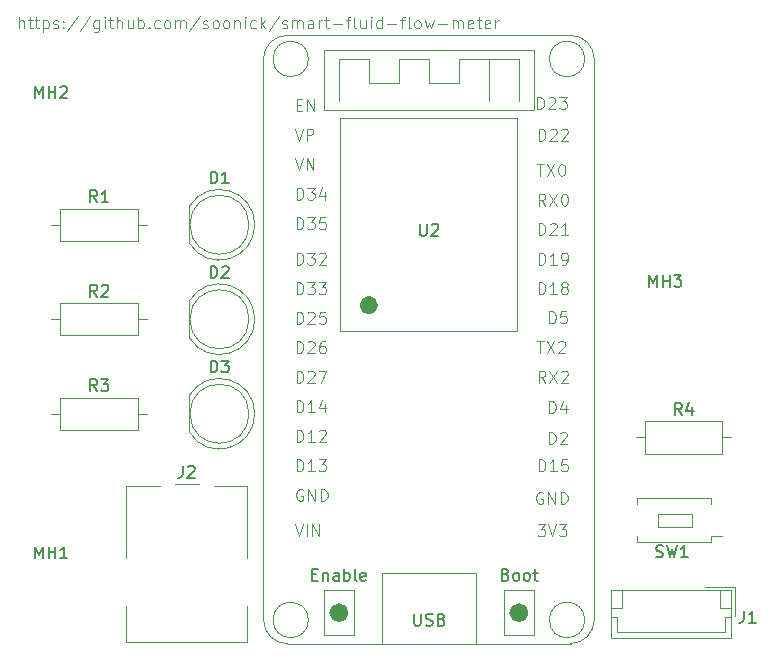
<source format=gbr>
%TF.GenerationSoftware,KiCad,Pcbnew,8.0.4+dfsg-1*%
%TF.CreationDate,2024-11-28T14:38:24-05:00*%
%TF.ProjectId,smart-fluid-flow-meter,736d6172-742d-4666-9c75-69642d666c6f,rev?*%
%TF.SameCoordinates,Original*%
%TF.FileFunction,Legend,Top*%
%TF.FilePolarity,Positive*%
%FSLAX46Y46*%
G04 Gerber Fmt 4.6, Leading zero omitted, Abs format (unit mm)*
G04 Created by KiCad (PCBNEW 8.0.4+dfsg-1) date 2024-11-28 14:38:24*
%MOMM*%
%LPD*%
G01*
G04 APERTURE LIST*
%ADD10C,0.100000*%
%ADD11C,0.150000*%
%ADD12C,0.120000*%
%ADD13C,1.000000*%
%ADD14C,0.800000*%
G04 APERTURE END LIST*
D10*
X65303884Y-43372419D02*
X65303884Y-42372419D01*
X65732455Y-43372419D02*
X65732455Y-42848609D01*
X65732455Y-42848609D02*
X65684836Y-42753371D01*
X65684836Y-42753371D02*
X65589598Y-42705752D01*
X65589598Y-42705752D02*
X65446741Y-42705752D01*
X65446741Y-42705752D02*
X65351503Y-42753371D01*
X65351503Y-42753371D02*
X65303884Y-42800990D01*
X66065789Y-42705752D02*
X66446741Y-42705752D01*
X66208646Y-42372419D02*
X66208646Y-43229561D01*
X66208646Y-43229561D02*
X66256265Y-43324800D01*
X66256265Y-43324800D02*
X66351503Y-43372419D01*
X66351503Y-43372419D02*
X66446741Y-43372419D01*
X66637218Y-42705752D02*
X67018170Y-42705752D01*
X66780075Y-42372419D02*
X66780075Y-43229561D01*
X66780075Y-43229561D02*
X66827694Y-43324800D01*
X66827694Y-43324800D02*
X66922932Y-43372419D01*
X66922932Y-43372419D02*
X67018170Y-43372419D01*
X67351504Y-42705752D02*
X67351504Y-43705752D01*
X67351504Y-42753371D02*
X67446742Y-42705752D01*
X67446742Y-42705752D02*
X67637218Y-42705752D01*
X67637218Y-42705752D02*
X67732456Y-42753371D01*
X67732456Y-42753371D02*
X67780075Y-42800990D01*
X67780075Y-42800990D02*
X67827694Y-42896228D01*
X67827694Y-42896228D02*
X67827694Y-43181942D01*
X67827694Y-43181942D02*
X67780075Y-43277180D01*
X67780075Y-43277180D02*
X67732456Y-43324800D01*
X67732456Y-43324800D02*
X67637218Y-43372419D01*
X67637218Y-43372419D02*
X67446742Y-43372419D01*
X67446742Y-43372419D02*
X67351504Y-43324800D01*
X68208647Y-43324800D02*
X68303885Y-43372419D01*
X68303885Y-43372419D02*
X68494361Y-43372419D01*
X68494361Y-43372419D02*
X68589599Y-43324800D01*
X68589599Y-43324800D02*
X68637218Y-43229561D01*
X68637218Y-43229561D02*
X68637218Y-43181942D01*
X68637218Y-43181942D02*
X68589599Y-43086704D01*
X68589599Y-43086704D02*
X68494361Y-43039085D01*
X68494361Y-43039085D02*
X68351504Y-43039085D01*
X68351504Y-43039085D02*
X68256266Y-42991466D01*
X68256266Y-42991466D02*
X68208647Y-42896228D01*
X68208647Y-42896228D02*
X68208647Y-42848609D01*
X68208647Y-42848609D02*
X68256266Y-42753371D01*
X68256266Y-42753371D02*
X68351504Y-42705752D01*
X68351504Y-42705752D02*
X68494361Y-42705752D01*
X68494361Y-42705752D02*
X68589599Y-42753371D01*
X69065790Y-43277180D02*
X69113409Y-43324800D01*
X69113409Y-43324800D02*
X69065790Y-43372419D01*
X69065790Y-43372419D02*
X69018171Y-43324800D01*
X69018171Y-43324800D02*
X69065790Y-43277180D01*
X69065790Y-43277180D02*
X69065790Y-43372419D01*
X69065790Y-42753371D02*
X69113409Y-42800990D01*
X69113409Y-42800990D02*
X69065790Y-42848609D01*
X69065790Y-42848609D02*
X69018171Y-42800990D01*
X69018171Y-42800990D02*
X69065790Y-42753371D01*
X69065790Y-42753371D02*
X69065790Y-42848609D01*
X70256265Y-42324800D02*
X69399123Y-43610514D01*
X71303884Y-42324800D02*
X70446742Y-43610514D01*
X72065789Y-42705752D02*
X72065789Y-43515276D01*
X72065789Y-43515276D02*
X72018170Y-43610514D01*
X72018170Y-43610514D02*
X71970551Y-43658133D01*
X71970551Y-43658133D02*
X71875313Y-43705752D01*
X71875313Y-43705752D02*
X71732456Y-43705752D01*
X71732456Y-43705752D02*
X71637218Y-43658133D01*
X72065789Y-43324800D02*
X71970551Y-43372419D01*
X71970551Y-43372419D02*
X71780075Y-43372419D01*
X71780075Y-43372419D02*
X71684837Y-43324800D01*
X71684837Y-43324800D02*
X71637218Y-43277180D01*
X71637218Y-43277180D02*
X71589599Y-43181942D01*
X71589599Y-43181942D02*
X71589599Y-42896228D01*
X71589599Y-42896228D02*
X71637218Y-42800990D01*
X71637218Y-42800990D02*
X71684837Y-42753371D01*
X71684837Y-42753371D02*
X71780075Y-42705752D01*
X71780075Y-42705752D02*
X71970551Y-42705752D01*
X71970551Y-42705752D02*
X72065789Y-42753371D01*
X72541980Y-43372419D02*
X72541980Y-42705752D01*
X72541980Y-42372419D02*
X72494361Y-42420038D01*
X72494361Y-42420038D02*
X72541980Y-42467657D01*
X72541980Y-42467657D02*
X72589599Y-42420038D01*
X72589599Y-42420038D02*
X72541980Y-42372419D01*
X72541980Y-42372419D02*
X72541980Y-42467657D01*
X72875313Y-42705752D02*
X73256265Y-42705752D01*
X73018170Y-42372419D02*
X73018170Y-43229561D01*
X73018170Y-43229561D02*
X73065789Y-43324800D01*
X73065789Y-43324800D02*
X73161027Y-43372419D01*
X73161027Y-43372419D02*
X73256265Y-43372419D01*
X73589599Y-43372419D02*
X73589599Y-42372419D01*
X74018170Y-43372419D02*
X74018170Y-42848609D01*
X74018170Y-42848609D02*
X73970551Y-42753371D01*
X73970551Y-42753371D02*
X73875313Y-42705752D01*
X73875313Y-42705752D02*
X73732456Y-42705752D01*
X73732456Y-42705752D02*
X73637218Y-42753371D01*
X73637218Y-42753371D02*
X73589599Y-42800990D01*
X74922932Y-42705752D02*
X74922932Y-43372419D01*
X74494361Y-42705752D02*
X74494361Y-43229561D01*
X74494361Y-43229561D02*
X74541980Y-43324800D01*
X74541980Y-43324800D02*
X74637218Y-43372419D01*
X74637218Y-43372419D02*
X74780075Y-43372419D01*
X74780075Y-43372419D02*
X74875313Y-43324800D01*
X74875313Y-43324800D02*
X74922932Y-43277180D01*
X75399123Y-43372419D02*
X75399123Y-42372419D01*
X75399123Y-42753371D02*
X75494361Y-42705752D01*
X75494361Y-42705752D02*
X75684837Y-42705752D01*
X75684837Y-42705752D02*
X75780075Y-42753371D01*
X75780075Y-42753371D02*
X75827694Y-42800990D01*
X75827694Y-42800990D02*
X75875313Y-42896228D01*
X75875313Y-42896228D02*
X75875313Y-43181942D01*
X75875313Y-43181942D02*
X75827694Y-43277180D01*
X75827694Y-43277180D02*
X75780075Y-43324800D01*
X75780075Y-43324800D02*
X75684837Y-43372419D01*
X75684837Y-43372419D02*
X75494361Y-43372419D01*
X75494361Y-43372419D02*
X75399123Y-43324800D01*
X76303885Y-43277180D02*
X76351504Y-43324800D01*
X76351504Y-43324800D02*
X76303885Y-43372419D01*
X76303885Y-43372419D02*
X76256266Y-43324800D01*
X76256266Y-43324800D02*
X76303885Y-43277180D01*
X76303885Y-43277180D02*
X76303885Y-43372419D01*
X77208646Y-43324800D02*
X77113408Y-43372419D01*
X77113408Y-43372419D02*
X76922932Y-43372419D01*
X76922932Y-43372419D02*
X76827694Y-43324800D01*
X76827694Y-43324800D02*
X76780075Y-43277180D01*
X76780075Y-43277180D02*
X76732456Y-43181942D01*
X76732456Y-43181942D02*
X76732456Y-42896228D01*
X76732456Y-42896228D02*
X76780075Y-42800990D01*
X76780075Y-42800990D02*
X76827694Y-42753371D01*
X76827694Y-42753371D02*
X76922932Y-42705752D01*
X76922932Y-42705752D02*
X77113408Y-42705752D01*
X77113408Y-42705752D02*
X77208646Y-42753371D01*
X77780075Y-43372419D02*
X77684837Y-43324800D01*
X77684837Y-43324800D02*
X77637218Y-43277180D01*
X77637218Y-43277180D02*
X77589599Y-43181942D01*
X77589599Y-43181942D02*
X77589599Y-42896228D01*
X77589599Y-42896228D02*
X77637218Y-42800990D01*
X77637218Y-42800990D02*
X77684837Y-42753371D01*
X77684837Y-42753371D02*
X77780075Y-42705752D01*
X77780075Y-42705752D02*
X77922932Y-42705752D01*
X77922932Y-42705752D02*
X78018170Y-42753371D01*
X78018170Y-42753371D02*
X78065789Y-42800990D01*
X78065789Y-42800990D02*
X78113408Y-42896228D01*
X78113408Y-42896228D02*
X78113408Y-43181942D01*
X78113408Y-43181942D02*
X78065789Y-43277180D01*
X78065789Y-43277180D02*
X78018170Y-43324800D01*
X78018170Y-43324800D02*
X77922932Y-43372419D01*
X77922932Y-43372419D02*
X77780075Y-43372419D01*
X78541980Y-43372419D02*
X78541980Y-42705752D01*
X78541980Y-42800990D02*
X78589599Y-42753371D01*
X78589599Y-42753371D02*
X78684837Y-42705752D01*
X78684837Y-42705752D02*
X78827694Y-42705752D01*
X78827694Y-42705752D02*
X78922932Y-42753371D01*
X78922932Y-42753371D02*
X78970551Y-42848609D01*
X78970551Y-42848609D02*
X78970551Y-43372419D01*
X78970551Y-42848609D02*
X79018170Y-42753371D01*
X79018170Y-42753371D02*
X79113408Y-42705752D01*
X79113408Y-42705752D02*
X79256265Y-42705752D01*
X79256265Y-42705752D02*
X79351504Y-42753371D01*
X79351504Y-42753371D02*
X79399123Y-42848609D01*
X79399123Y-42848609D02*
X79399123Y-43372419D01*
X80589598Y-42324800D02*
X79732456Y-43610514D01*
X80875313Y-43324800D02*
X80970551Y-43372419D01*
X80970551Y-43372419D02*
X81161027Y-43372419D01*
X81161027Y-43372419D02*
X81256265Y-43324800D01*
X81256265Y-43324800D02*
X81303884Y-43229561D01*
X81303884Y-43229561D02*
X81303884Y-43181942D01*
X81303884Y-43181942D02*
X81256265Y-43086704D01*
X81256265Y-43086704D02*
X81161027Y-43039085D01*
X81161027Y-43039085D02*
X81018170Y-43039085D01*
X81018170Y-43039085D02*
X80922932Y-42991466D01*
X80922932Y-42991466D02*
X80875313Y-42896228D01*
X80875313Y-42896228D02*
X80875313Y-42848609D01*
X80875313Y-42848609D02*
X80922932Y-42753371D01*
X80922932Y-42753371D02*
X81018170Y-42705752D01*
X81018170Y-42705752D02*
X81161027Y-42705752D01*
X81161027Y-42705752D02*
X81256265Y-42753371D01*
X81875313Y-43372419D02*
X81780075Y-43324800D01*
X81780075Y-43324800D02*
X81732456Y-43277180D01*
X81732456Y-43277180D02*
X81684837Y-43181942D01*
X81684837Y-43181942D02*
X81684837Y-42896228D01*
X81684837Y-42896228D02*
X81732456Y-42800990D01*
X81732456Y-42800990D02*
X81780075Y-42753371D01*
X81780075Y-42753371D02*
X81875313Y-42705752D01*
X81875313Y-42705752D02*
X82018170Y-42705752D01*
X82018170Y-42705752D02*
X82113408Y-42753371D01*
X82113408Y-42753371D02*
X82161027Y-42800990D01*
X82161027Y-42800990D02*
X82208646Y-42896228D01*
X82208646Y-42896228D02*
X82208646Y-43181942D01*
X82208646Y-43181942D02*
X82161027Y-43277180D01*
X82161027Y-43277180D02*
X82113408Y-43324800D01*
X82113408Y-43324800D02*
X82018170Y-43372419D01*
X82018170Y-43372419D02*
X81875313Y-43372419D01*
X82780075Y-43372419D02*
X82684837Y-43324800D01*
X82684837Y-43324800D02*
X82637218Y-43277180D01*
X82637218Y-43277180D02*
X82589599Y-43181942D01*
X82589599Y-43181942D02*
X82589599Y-42896228D01*
X82589599Y-42896228D02*
X82637218Y-42800990D01*
X82637218Y-42800990D02*
X82684837Y-42753371D01*
X82684837Y-42753371D02*
X82780075Y-42705752D01*
X82780075Y-42705752D02*
X82922932Y-42705752D01*
X82922932Y-42705752D02*
X83018170Y-42753371D01*
X83018170Y-42753371D02*
X83065789Y-42800990D01*
X83065789Y-42800990D02*
X83113408Y-42896228D01*
X83113408Y-42896228D02*
X83113408Y-43181942D01*
X83113408Y-43181942D02*
X83065789Y-43277180D01*
X83065789Y-43277180D02*
X83018170Y-43324800D01*
X83018170Y-43324800D02*
X82922932Y-43372419D01*
X82922932Y-43372419D02*
X82780075Y-43372419D01*
X83541980Y-42705752D02*
X83541980Y-43372419D01*
X83541980Y-42800990D02*
X83589599Y-42753371D01*
X83589599Y-42753371D02*
X83684837Y-42705752D01*
X83684837Y-42705752D02*
X83827694Y-42705752D01*
X83827694Y-42705752D02*
X83922932Y-42753371D01*
X83922932Y-42753371D02*
X83970551Y-42848609D01*
X83970551Y-42848609D02*
X83970551Y-43372419D01*
X84446742Y-43372419D02*
X84446742Y-42705752D01*
X84446742Y-42372419D02*
X84399123Y-42420038D01*
X84399123Y-42420038D02*
X84446742Y-42467657D01*
X84446742Y-42467657D02*
X84494361Y-42420038D01*
X84494361Y-42420038D02*
X84446742Y-42372419D01*
X84446742Y-42372419D02*
X84446742Y-42467657D01*
X85351503Y-43324800D02*
X85256265Y-43372419D01*
X85256265Y-43372419D02*
X85065789Y-43372419D01*
X85065789Y-43372419D02*
X84970551Y-43324800D01*
X84970551Y-43324800D02*
X84922932Y-43277180D01*
X84922932Y-43277180D02*
X84875313Y-43181942D01*
X84875313Y-43181942D02*
X84875313Y-42896228D01*
X84875313Y-42896228D02*
X84922932Y-42800990D01*
X84922932Y-42800990D02*
X84970551Y-42753371D01*
X84970551Y-42753371D02*
X85065789Y-42705752D01*
X85065789Y-42705752D02*
X85256265Y-42705752D01*
X85256265Y-42705752D02*
X85351503Y-42753371D01*
X85780075Y-43372419D02*
X85780075Y-42372419D01*
X85875313Y-42991466D02*
X86161027Y-43372419D01*
X86161027Y-42705752D02*
X85780075Y-43086704D01*
X87303884Y-42324800D02*
X86446742Y-43610514D01*
X87589599Y-43324800D02*
X87684837Y-43372419D01*
X87684837Y-43372419D02*
X87875313Y-43372419D01*
X87875313Y-43372419D02*
X87970551Y-43324800D01*
X87970551Y-43324800D02*
X88018170Y-43229561D01*
X88018170Y-43229561D02*
X88018170Y-43181942D01*
X88018170Y-43181942D02*
X87970551Y-43086704D01*
X87970551Y-43086704D02*
X87875313Y-43039085D01*
X87875313Y-43039085D02*
X87732456Y-43039085D01*
X87732456Y-43039085D02*
X87637218Y-42991466D01*
X87637218Y-42991466D02*
X87589599Y-42896228D01*
X87589599Y-42896228D02*
X87589599Y-42848609D01*
X87589599Y-42848609D02*
X87637218Y-42753371D01*
X87637218Y-42753371D02*
X87732456Y-42705752D01*
X87732456Y-42705752D02*
X87875313Y-42705752D01*
X87875313Y-42705752D02*
X87970551Y-42753371D01*
X88446742Y-43372419D02*
X88446742Y-42705752D01*
X88446742Y-42800990D02*
X88494361Y-42753371D01*
X88494361Y-42753371D02*
X88589599Y-42705752D01*
X88589599Y-42705752D02*
X88732456Y-42705752D01*
X88732456Y-42705752D02*
X88827694Y-42753371D01*
X88827694Y-42753371D02*
X88875313Y-42848609D01*
X88875313Y-42848609D02*
X88875313Y-43372419D01*
X88875313Y-42848609D02*
X88922932Y-42753371D01*
X88922932Y-42753371D02*
X89018170Y-42705752D01*
X89018170Y-42705752D02*
X89161027Y-42705752D01*
X89161027Y-42705752D02*
X89256266Y-42753371D01*
X89256266Y-42753371D02*
X89303885Y-42848609D01*
X89303885Y-42848609D02*
X89303885Y-43372419D01*
X90208646Y-43372419D02*
X90208646Y-42848609D01*
X90208646Y-42848609D02*
X90161027Y-42753371D01*
X90161027Y-42753371D02*
X90065789Y-42705752D01*
X90065789Y-42705752D02*
X89875313Y-42705752D01*
X89875313Y-42705752D02*
X89780075Y-42753371D01*
X90208646Y-43324800D02*
X90113408Y-43372419D01*
X90113408Y-43372419D02*
X89875313Y-43372419D01*
X89875313Y-43372419D02*
X89780075Y-43324800D01*
X89780075Y-43324800D02*
X89732456Y-43229561D01*
X89732456Y-43229561D02*
X89732456Y-43134323D01*
X89732456Y-43134323D02*
X89780075Y-43039085D01*
X89780075Y-43039085D02*
X89875313Y-42991466D01*
X89875313Y-42991466D02*
X90113408Y-42991466D01*
X90113408Y-42991466D02*
X90208646Y-42943847D01*
X90684837Y-43372419D02*
X90684837Y-42705752D01*
X90684837Y-42896228D02*
X90732456Y-42800990D01*
X90732456Y-42800990D02*
X90780075Y-42753371D01*
X90780075Y-42753371D02*
X90875313Y-42705752D01*
X90875313Y-42705752D02*
X90970551Y-42705752D01*
X91161028Y-42705752D02*
X91541980Y-42705752D01*
X91303885Y-42372419D02*
X91303885Y-43229561D01*
X91303885Y-43229561D02*
X91351504Y-43324800D01*
X91351504Y-43324800D02*
X91446742Y-43372419D01*
X91446742Y-43372419D02*
X91541980Y-43372419D01*
X91875314Y-42991466D02*
X92637219Y-42991466D01*
X92970552Y-42705752D02*
X93351504Y-42705752D01*
X93113409Y-43372419D02*
X93113409Y-42515276D01*
X93113409Y-42515276D02*
X93161028Y-42420038D01*
X93161028Y-42420038D02*
X93256266Y-42372419D01*
X93256266Y-42372419D02*
X93351504Y-42372419D01*
X93827695Y-43372419D02*
X93732457Y-43324800D01*
X93732457Y-43324800D02*
X93684838Y-43229561D01*
X93684838Y-43229561D02*
X93684838Y-42372419D01*
X94637219Y-42705752D02*
X94637219Y-43372419D01*
X94208648Y-42705752D02*
X94208648Y-43229561D01*
X94208648Y-43229561D02*
X94256267Y-43324800D01*
X94256267Y-43324800D02*
X94351505Y-43372419D01*
X94351505Y-43372419D02*
X94494362Y-43372419D01*
X94494362Y-43372419D02*
X94589600Y-43324800D01*
X94589600Y-43324800D02*
X94637219Y-43277180D01*
X95113410Y-43372419D02*
X95113410Y-42705752D01*
X95113410Y-42372419D02*
X95065791Y-42420038D01*
X95065791Y-42420038D02*
X95113410Y-42467657D01*
X95113410Y-42467657D02*
X95161029Y-42420038D01*
X95161029Y-42420038D02*
X95113410Y-42372419D01*
X95113410Y-42372419D02*
X95113410Y-42467657D01*
X96018171Y-43372419D02*
X96018171Y-42372419D01*
X96018171Y-43324800D02*
X95922933Y-43372419D01*
X95922933Y-43372419D02*
X95732457Y-43372419D01*
X95732457Y-43372419D02*
X95637219Y-43324800D01*
X95637219Y-43324800D02*
X95589600Y-43277180D01*
X95589600Y-43277180D02*
X95541981Y-43181942D01*
X95541981Y-43181942D02*
X95541981Y-42896228D01*
X95541981Y-42896228D02*
X95589600Y-42800990D01*
X95589600Y-42800990D02*
X95637219Y-42753371D01*
X95637219Y-42753371D02*
X95732457Y-42705752D01*
X95732457Y-42705752D02*
X95922933Y-42705752D01*
X95922933Y-42705752D02*
X96018171Y-42753371D01*
X96494362Y-42991466D02*
X97256267Y-42991466D01*
X97589600Y-42705752D02*
X97970552Y-42705752D01*
X97732457Y-43372419D02*
X97732457Y-42515276D01*
X97732457Y-42515276D02*
X97780076Y-42420038D01*
X97780076Y-42420038D02*
X97875314Y-42372419D01*
X97875314Y-42372419D02*
X97970552Y-42372419D01*
X98446743Y-43372419D02*
X98351505Y-43324800D01*
X98351505Y-43324800D02*
X98303886Y-43229561D01*
X98303886Y-43229561D02*
X98303886Y-42372419D01*
X98970553Y-43372419D02*
X98875315Y-43324800D01*
X98875315Y-43324800D02*
X98827696Y-43277180D01*
X98827696Y-43277180D02*
X98780077Y-43181942D01*
X98780077Y-43181942D02*
X98780077Y-42896228D01*
X98780077Y-42896228D02*
X98827696Y-42800990D01*
X98827696Y-42800990D02*
X98875315Y-42753371D01*
X98875315Y-42753371D02*
X98970553Y-42705752D01*
X98970553Y-42705752D02*
X99113410Y-42705752D01*
X99113410Y-42705752D02*
X99208648Y-42753371D01*
X99208648Y-42753371D02*
X99256267Y-42800990D01*
X99256267Y-42800990D02*
X99303886Y-42896228D01*
X99303886Y-42896228D02*
X99303886Y-43181942D01*
X99303886Y-43181942D02*
X99256267Y-43277180D01*
X99256267Y-43277180D02*
X99208648Y-43324800D01*
X99208648Y-43324800D02*
X99113410Y-43372419D01*
X99113410Y-43372419D02*
X98970553Y-43372419D01*
X99637220Y-42705752D02*
X99827696Y-43372419D01*
X99827696Y-43372419D02*
X100018172Y-42896228D01*
X100018172Y-42896228D02*
X100208648Y-43372419D01*
X100208648Y-43372419D02*
X100399124Y-42705752D01*
X100780077Y-42991466D02*
X101541982Y-42991466D01*
X102018172Y-43372419D02*
X102018172Y-42705752D01*
X102018172Y-42800990D02*
X102065791Y-42753371D01*
X102065791Y-42753371D02*
X102161029Y-42705752D01*
X102161029Y-42705752D02*
X102303886Y-42705752D01*
X102303886Y-42705752D02*
X102399124Y-42753371D01*
X102399124Y-42753371D02*
X102446743Y-42848609D01*
X102446743Y-42848609D02*
X102446743Y-43372419D01*
X102446743Y-42848609D02*
X102494362Y-42753371D01*
X102494362Y-42753371D02*
X102589600Y-42705752D01*
X102589600Y-42705752D02*
X102732457Y-42705752D01*
X102732457Y-42705752D02*
X102827696Y-42753371D01*
X102827696Y-42753371D02*
X102875315Y-42848609D01*
X102875315Y-42848609D02*
X102875315Y-43372419D01*
X103732457Y-43324800D02*
X103637219Y-43372419D01*
X103637219Y-43372419D02*
X103446743Y-43372419D01*
X103446743Y-43372419D02*
X103351505Y-43324800D01*
X103351505Y-43324800D02*
X103303886Y-43229561D01*
X103303886Y-43229561D02*
X103303886Y-42848609D01*
X103303886Y-42848609D02*
X103351505Y-42753371D01*
X103351505Y-42753371D02*
X103446743Y-42705752D01*
X103446743Y-42705752D02*
X103637219Y-42705752D01*
X103637219Y-42705752D02*
X103732457Y-42753371D01*
X103732457Y-42753371D02*
X103780076Y-42848609D01*
X103780076Y-42848609D02*
X103780076Y-42943847D01*
X103780076Y-42943847D02*
X103303886Y-43039085D01*
X104065791Y-42705752D02*
X104446743Y-42705752D01*
X104208648Y-42372419D02*
X104208648Y-43229561D01*
X104208648Y-43229561D02*
X104256267Y-43324800D01*
X104256267Y-43324800D02*
X104351505Y-43372419D01*
X104351505Y-43372419D02*
X104446743Y-43372419D01*
X105161029Y-43324800D02*
X105065791Y-43372419D01*
X105065791Y-43372419D02*
X104875315Y-43372419D01*
X104875315Y-43372419D02*
X104780077Y-43324800D01*
X104780077Y-43324800D02*
X104732458Y-43229561D01*
X104732458Y-43229561D02*
X104732458Y-42848609D01*
X104732458Y-42848609D02*
X104780077Y-42753371D01*
X104780077Y-42753371D02*
X104875315Y-42705752D01*
X104875315Y-42705752D02*
X105065791Y-42705752D01*
X105065791Y-42705752D02*
X105161029Y-42753371D01*
X105161029Y-42753371D02*
X105208648Y-42848609D01*
X105208648Y-42848609D02*
X105208648Y-42943847D01*
X105208648Y-42943847D02*
X104732458Y-43039085D01*
X105637220Y-43372419D02*
X105637220Y-42705752D01*
X105637220Y-42896228D02*
X105684839Y-42800990D01*
X105684839Y-42800990D02*
X105732458Y-42753371D01*
X105732458Y-42753371D02*
X105827696Y-42705752D01*
X105827696Y-42705752D02*
X105922934Y-42705752D01*
D11*
X71913333Y-66084819D02*
X71580000Y-65608628D01*
X71341905Y-66084819D02*
X71341905Y-65084819D01*
X71341905Y-65084819D02*
X71722857Y-65084819D01*
X71722857Y-65084819D02*
X71818095Y-65132438D01*
X71818095Y-65132438D02*
X71865714Y-65180057D01*
X71865714Y-65180057D02*
X71913333Y-65275295D01*
X71913333Y-65275295D02*
X71913333Y-65418152D01*
X71913333Y-65418152D02*
X71865714Y-65513390D01*
X71865714Y-65513390D02*
X71818095Y-65561009D01*
X71818095Y-65561009D02*
X71722857Y-65608628D01*
X71722857Y-65608628D02*
X71341905Y-65608628D01*
X72294286Y-65180057D02*
X72341905Y-65132438D01*
X72341905Y-65132438D02*
X72437143Y-65084819D01*
X72437143Y-65084819D02*
X72675238Y-65084819D01*
X72675238Y-65084819D02*
X72770476Y-65132438D01*
X72770476Y-65132438D02*
X72818095Y-65180057D01*
X72818095Y-65180057D02*
X72865714Y-65275295D01*
X72865714Y-65275295D02*
X72865714Y-65370533D01*
X72865714Y-65370533D02*
X72818095Y-65513390D01*
X72818095Y-65513390D02*
X72246667Y-66084819D01*
X72246667Y-66084819D02*
X72865714Y-66084819D01*
X79166666Y-80404819D02*
X79166666Y-81119104D01*
X79166666Y-81119104D02*
X79119047Y-81261961D01*
X79119047Y-81261961D02*
X79023809Y-81357200D01*
X79023809Y-81357200D02*
X78880952Y-81404819D01*
X78880952Y-81404819D02*
X78785714Y-81404819D01*
X79595238Y-80500057D02*
X79642857Y-80452438D01*
X79642857Y-80452438D02*
X79738095Y-80404819D01*
X79738095Y-80404819D02*
X79976190Y-80404819D01*
X79976190Y-80404819D02*
X80071428Y-80452438D01*
X80071428Y-80452438D02*
X80119047Y-80500057D01*
X80119047Y-80500057D02*
X80166666Y-80595295D01*
X80166666Y-80595295D02*
X80166666Y-80690533D01*
X80166666Y-80690533D02*
X80119047Y-80833390D01*
X80119047Y-80833390D02*
X79547619Y-81404819D01*
X79547619Y-81404819D02*
X80166666Y-81404819D01*
X126666666Y-92704819D02*
X126666666Y-93419104D01*
X126666666Y-93419104D02*
X126619047Y-93561961D01*
X126619047Y-93561961D02*
X126523809Y-93657200D01*
X126523809Y-93657200D02*
X126380952Y-93704819D01*
X126380952Y-93704819D02*
X126285714Y-93704819D01*
X127666666Y-93704819D02*
X127095238Y-93704819D01*
X127380952Y-93704819D02*
X127380952Y-92704819D01*
X127380952Y-92704819D02*
X127285714Y-92847676D01*
X127285714Y-92847676D02*
X127190476Y-92942914D01*
X127190476Y-92942914D02*
X127095238Y-92990533D01*
X121413333Y-76084819D02*
X121080000Y-75608628D01*
X120841905Y-76084819D02*
X120841905Y-75084819D01*
X120841905Y-75084819D02*
X121222857Y-75084819D01*
X121222857Y-75084819D02*
X121318095Y-75132438D01*
X121318095Y-75132438D02*
X121365714Y-75180057D01*
X121365714Y-75180057D02*
X121413333Y-75275295D01*
X121413333Y-75275295D02*
X121413333Y-75418152D01*
X121413333Y-75418152D02*
X121365714Y-75513390D01*
X121365714Y-75513390D02*
X121318095Y-75561009D01*
X121318095Y-75561009D02*
X121222857Y-75608628D01*
X121222857Y-75608628D02*
X120841905Y-75608628D01*
X122270476Y-75418152D02*
X122270476Y-76084819D01*
X122032381Y-75037200D02*
X121794286Y-75751485D01*
X121794286Y-75751485D02*
X122413333Y-75751485D01*
X66666667Y-88254819D02*
X66666667Y-87254819D01*
X66666667Y-87254819D02*
X67000000Y-87969104D01*
X67000000Y-87969104D02*
X67333333Y-87254819D01*
X67333333Y-87254819D02*
X67333333Y-88254819D01*
X67809524Y-88254819D02*
X67809524Y-87254819D01*
X67809524Y-87731009D02*
X68380952Y-87731009D01*
X68380952Y-88254819D02*
X68380952Y-87254819D01*
X69380952Y-88254819D02*
X68809524Y-88254819D01*
X69095238Y-88254819D02*
X69095238Y-87254819D01*
X69095238Y-87254819D02*
X69000000Y-87397676D01*
X69000000Y-87397676D02*
X68904762Y-87492914D01*
X68904762Y-87492914D02*
X68809524Y-87540533D01*
X71913333Y-58084819D02*
X71580000Y-57608628D01*
X71341905Y-58084819D02*
X71341905Y-57084819D01*
X71341905Y-57084819D02*
X71722857Y-57084819D01*
X71722857Y-57084819D02*
X71818095Y-57132438D01*
X71818095Y-57132438D02*
X71865714Y-57180057D01*
X71865714Y-57180057D02*
X71913333Y-57275295D01*
X71913333Y-57275295D02*
X71913333Y-57418152D01*
X71913333Y-57418152D02*
X71865714Y-57513390D01*
X71865714Y-57513390D02*
X71818095Y-57561009D01*
X71818095Y-57561009D02*
X71722857Y-57608628D01*
X71722857Y-57608628D02*
X71341905Y-57608628D01*
X72865714Y-58084819D02*
X72294286Y-58084819D01*
X72580000Y-58084819D02*
X72580000Y-57084819D01*
X72580000Y-57084819D02*
X72484762Y-57227676D01*
X72484762Y-57227676D02*
X72389524Y-57322914D01*
X72389524Y-57322914D02*
X72294286Y-57370533D01*
X99238095Y-59924819D02*
X99238095Y-60734342D01*
X99238095Y-60734342D02*
X99285714Y-60829580D01*
X99285714Y-60829580D02*
X99333333Y-60877200D01*
X99333333Y-60877200D02*
X99428571Y-60924819D01*
X99428571Y-60924819D02*
X99619047Y-60924819D01*
X99619047Y-60924819D02*
X99714285Y-60877200D01*
X99714285Y-60877200D02*
X99761904Y-60829580D01*
X99761904Y-60829580D02*
X99809523Y-60734342D01*
X99809523Y-60734342D02*
X99809523Y-59924819D01*
X100238095Y-60020057D02*
X100285714Y-59972438D01*
X100285714Y-59972438D02*
X100380952Y-59924819D01*
X100380952Y-59924819D02*
X100619047Y-59924819D01*
X100619047Y-59924819D02*
X100714285Y-59972438D01*
X100714285Y-59972438D02*
X100761904Y-60020057D01*
X100761904Y-60020057D02*
X100809523Y-60115295D01*
X100809523Y-60115295D02*
X100809523Y-60210533D01*
X100809523Y-60210533D02*
X100761904Y-60353390D01*
X100761904Y-60353390D02*
X100190476Y-60924819D01*
X100190476Y-60924819D02*
X100809523Y-60924819D01*
D10*
X109875312Y-58372419D02*
X109541979Y-57896228D01*
X109303884Y-58372419D02*
X109303884Y-57372419D01*
X109303884Y-57372419D02*
X109684836Y-57372419D01*
X109684836Y-57372419D02*
X109780074Y-57420038D01*
X109780074Y-57420038D02*
X109827693Y-57467657D01*
X109827693Y-57467657D02*
X109875312Y-57562895D01*
X109875312Y-57562895D02*
X109875312Y-57705752D01*
X109875312Y-57705752D02*
X109827693Y-57800990D01*
X109827693Y-57800990D02*
X109780074Y-57848609D01*
X109780074Y-57848609D02*
X109684836Y-57896228D01*
X109684836Y-57896228D02*
X109303884Y-57896228D01*
X110208646Y-57372419D02*
X110875312Y-58372419D01*
X110875312Y-57372419D02*
X110208646Y-58372419D01*
X111446741Y-57372419D02*
X111541979Y-57372419D01*
X111541979Y-57372419D02*
X111637217Y-57420038D01*
X111637217Y-57420038D02*
X111684836Y-57467657D01*
X111684836Y-57467657D02*
X111732455Y-57562895D01*
X111732455Y-57562895D02*
X111780074Y-57753371D01*
X111780074Y-57753371D02*
X111780074Y-57991466D01*
X111780074Y-57991466D02*
X111732455Y-58181942D01*
X111732455Y-58181942D02*
X111684836Y-58277180D01*
X111684836Y-58277180D02*
X111637217Y-58324800D01*
X111637217Y-58324800D02*
X111541979Y-58372419D01*
X111541979Y-58372419D02*
X111446741Y-58372419D01*
X111446741Y-58372419D02*
X111351503Y-58324800D01*
X111351503Y-58324800D02*
X111303884Y-58277180D01*
X111303884Y-58277180D02*
X111256265Y-58181942D01*
X111256265Y-58181942D02*
X111208646Y-57991466D01*
X111208646Y-57991466D02*
X111208646Y-57753371D01*
X111208646Y-57753371D02*
X111256265Y-57562895D01*
X111256265Y-57562895D02*
X111303884Y-57467657D01*
X111303884Y-57467657D02*
X111351503Y-57420038D01*
X111351503Y-57420038D02*
X111446741Y-57372419D01*
X88803884Y-70872419D02*
X88803884Y-69872419D01*
X88803884Y-69872419D02*
X89041979Y-69872419D01*
X89041979Y-69872419D02*
X89184836Y-69920038D01*
X89184836Y-69920038D02*
X89280074Y-70015276D01*
X89280074Y-70015276D02*
X89327693Y-70110514D01*
X89327693Y-70110514D02*
X89375312Y-70300990D01*
X89375312Y-70300990D02*
X89375312Y-70443847D01*
X89375312Y-70443847D02*
X89327693Y-70634323D01*
X89327693Y-70634323D02*
X89280074Y-70729561D01*
X89280074Y-70729561D02*
X89184836Y-70824800D01*
X89184836Y-70824800D02*
X89041979Y-70872419D01*
X89041979Y-70872419D02*
X88803884Y-70872419D01*
X89756265Y-69967657D02*
X89803884Y-69920038D01*
X89803884Y-69920038D02*
X89899122Y-69872419D01*
X89899122Y-69872419D02*
X90137217Y-69872419D01*
X90137217Y-69872419D02*
X90232455Y-69920038D01*
X90232455Y-69920038D02*
X90280074Y-69967657D01*
X90280074Y-69967657D02*
X90327693Y-70062895D01*
X90327693Y-70062895D02*
X90327693Y-70158133D01*
X90327693Y-70158133D02*
X90280074Y-70300990D01*
X90280074Y-70300990D02*
X89708646Y-70872419D01*
X89708646Y-70872419D02*
X90327693Y-70872419D01*
X91184836Y-69872419D02*
X90994360Y-69872419D01*
X90994360Y-69872419D02*
X90899122Y-69920038D01*
X90899122Y-69920038D02*
X90851503Y-69967657D01*
X90851503Y-69967657D02*
X90756265Y-70110514D01*
X90756265Y-70110514D02*
X90708646Y-70300990D01*
X90708646Y-70300990D02*
X90708646Y-70681942D01*
X90708646Y-70681942D02*
X90756265Y-70777180D01*
X90756265Y-70777180D02*
X90803884Y-70824800D01*
X90803884Y-70824800D02*
X90899122Y-70872419D01*
X90899122Y-70872419D02*
X91089598Y-70872419D01*
X91089598Y-70872419D02*
X91184836Y-70824800D01*
X91184836Y-70824800D02*
X91232455Y-70777180D01*
X91232455Y-70777180D02*
X91280074Y-70681942D01*
X91280074Y-70681942D02*
X91280074Y-70443847D01*
X91280074Y-70443847D02*
X91232455Y-70348609D01*
X91232455Y-70348609D02*
X91184836Y-70300990D01*
X91184836Y-70300990D02*
X91089598Y-70253371D01*
X91089598Y-70253371D02*
X90899122Y-70253371D01*
X90899122Y-70253371D02*
X90803884Y-70300990D01*
X90803884Y-70300990D02*
X90756265Y-70348609D01*
X90756265Y-70348609D02*
X90708646Y-70443847D01*
X88803884Y-73372419D02*
X88803884Y-72372419D01*
X88803884Y-72372419D02*
X89041979Y-72372419D01*
X89041979Y-72372419D02*
X89184836Y-72420038D01*
X89184836Y-72420038D02*
X89280074Y-72515276D01*
X89280074Y-72515276D02*
X89327693Y-72610514D01*
X89327693Y-72610514D02*
X89375312Y-72800990D01*
X89375312Y-72800990D02*
X89375312Y-72943847D01*
X89375312Y-72943847D02*
X89327693Y-73134323D01*
X89327693Y-73134323D02*
X89280074Y-73229561D01*
X89280074Y-73229561D02*
X89184836Y-73324800D01*
X89184836Y-73324800D02*
X89041979Y-73372419D01*
X89041979Y-73372419D02*
X88803884Y-73372419D01*
X89756265Y-72467657D02*
X89803884Y-72420038D01*
X89803884Y-72420038D02*
X89899122Y-72372419D01*
X89899122Y-72372419D02*
X90137217Y-72372419D01*
X90137217Y-72372419D02*
X90232455Y-72420038D01*
X90232455Y-72420038D02*
X90280074Y-72467657D01*
X90280074Y-72467657D02*
X90327693Y-72562895D01*
X90327693Y-72562895D02*
X90327693Y-72658133D01*
X90327693Y-72658133D02*
X90280074Y-72800990D01*
X90280074Y-72800990D02*
X89708646Y-73372419D01*
X89708646Y-73372419D02*
X90327693Y-73372419D01*
X90661027Y-72372419D02*
X91327693Y-72372419D01*
X91327693Y-72372419D02*
X90899122Y-73372419D01*
D11*
X106500952Y-89611009D02*
X106643809Y-89658628D01*
X106643809Y-89658628D02*
X106691428Y-89706247D01*
X106691428Y-89706247D02*
X106739047Y-89801485D01*
X106739047Y-89801485D02*
X106739047Y-89944342D01*
X106739047Y-89944342D02*
X106691428Y-90039580D01*
X106691428Y-90039580D02*
X106643809Y-90087200D01*
X106643809Y-90087200D02*
X106548571Y-90134819D01*
X106548571Y-90134819D02*
X106167619Y-90134819D01*
X106167619Y-90134819D02*
X106167619Y-89134819D01*
X106167619Y-89134819D02*
X106500952Y-89134819D01*
X106500952Y-89134819D02*
X106596190Y-89182438D01*
X106596190Y-89182438D02*
X106643809Y-89230057D01*
X106643809Y-89230057D02*
X106691428Y-89325295D01*
X106691428Y-89325295D02*
X106691428Y-89420533D01*
X106691428Y-89420533D02*
X106643809Y-89515771D01*
X106643809Y-89515771D02*
X106596190Y-89563390D01*
X106596190Y-89563390D02*
X106500952Y-89611009D01*
X106500952Y-89611009D02*
X106167619Y-89611009D01*
X107310476Y-90134819D02*
X107215238Y-90087200D01*
X107215238Y-90087200D02*
X107167619Y-90039580D01*
X107167619Y-90039580D02*
X107120000Y-89944342D01*
X107120000Y-89944342D02*
X107120000Y-89658628D01*
X107120000Y-89658628D02*
X107167619Y-89563390D01*
X107167619Y-89563390D02*
X107215238Y-89515771D01*
X107215238Y-89515771D02*
X107310476Y-89468152D01*
X107310476Y-89468152D02*
X107453333Y-89468152D01*
X107453333Y-89468152D02*
X107548571Y-89515771D01*
X107548571Y-89515771D02*
X107596190Y-89563390D01*
X107596190Y-89563390D02*
X107643809Y-89658628D01*
X107643809Y-89658628D02*
X107643809Y-89944342D01*
X107643809Y-89944342D02*
X107596190Y-90039580D01*
X107596190Y-90039580D02*
X107548571Y-90087200D01*
X107548571Y-90087200D02*
X107453333Y-90134819D01*
X107453333Y-90134819D02*
X107310476Y-90134819D01*
X108215238Y-90134819D02*
X108120000Y-90087200D01*
X108120000Y-90087200D02*
X108072381Y-90039580D01*
X108072381Y-90039580D02*
X108024762Y-89944342D01*
X108024762Y-89944342D02*
X108024762Y-89658628D01*
X108024762Y-89658628D02*
X108072381Y-89563390D01*
X108072381Y-89563390D02*
X108120000Y-89515771D01*
X108120000Y-89515771D02*
X108215238Y-89468152D01*
X108215238Y-89468152D02*
X108358095Y-89468152D01*
X108358095Y-89468152D02*
X108453333Y-89515771D01*
X108453333Y-89515771D02*
X108500952Y-89563390D01*
X108500952Y-89563390D02*
X108548571Y-89658628D01*
X108548571Y-89658628D02*
X108548571Y-89944342D01*
X108548571Y-89944342D02*
X108500952Y-90039580D01*
X108500952Y-90039580D02*
X108453333Y-90087200D01*
X108453333Y-90087200D02*
X108358095Y-90134819D01*
X108358095Y-90134819D02*
X108215238Y-90134819D01*
X108834286Y-89468152D02*
X109215238Y-89468152D01*
X108977143Y-89134819D02*
X108977143Y-89991961D01*
X108977143Y-89991961D02*
X109024762Y-90087200D01*
X109024762Y-90087200D02*
X109120000Y-90134819D01*
X109120000Y-90134819D02*
X109215238Y-90134819D01*
D10*
X110158732Y-78556583D02*
X110158732Y-77556583D01*
X110158732Y-77556583D02*
X110396827Y-77556583D01*
X110396827Y-77556583D02*
X110539684Y-77604202D01*
X110539684Y-77604202D02*
X110634922Y-77699440D01*
X110634922Y-77699440D02*
X110682541Y-77794678D01*
X110682541Y-77794678D02*
X110730160Y-77985154D01*
X110730160Y-77985154D02*
X110730160Y-78128011D01*
X110730160Y-78128011D02*
X110682541Y-78318487D01*
X110682541Y-78318487D02*
X110634922Y-78413725D01*
X110634922Y-78413725D02*
X110539684Y-78508964D01*
X110539684Y-78508964D02*
X110396827Y-78556583D01*
X110396827Y-78556583D02*
X110158732Y-78556583D01*
X111111113Y-77651821D02*
X111158732Y-77604202D01*
X111158732Y-77604202D02*
X111253970Y-77556583D01*
X111253970Y-77556583D02*
X111492065Y-77556583D01*
X111492065Y-77556583D02*
X111587303Y-77604202D01*
X111587303Y-77604202D02*
X111634922Y-77651821D01*
X111634922Y-77651821D02*
X111682541Y-77747059D01*
X111682541Y-77747059D02*
X111682541Y-77842297D01*
X111682541Y-77842297D02*
X111634922Y-77985154D01*
X111634922Y-77985154D02*
X111063494Y-78556583D01*
X111063494Y-78556583D02*
X111682541Y-78556583D01*
X88803884Y-63372419D02*
X88803884Y-62372419D01*
X88803884Y-62372419D02*
X89041979Y-62372419D01*
X89041979Y-62372419D02*
X89184836Y-62420038D01*
X89184836Y-62420038D02*
X89280074Y-62515276D01*
X89280074Y-62515276D02*
X89327693Y-62610514D01*
X89327693Y-62610514D02*
X89375312Y-62800990D01*
X89375312Y-62800990D02*
X89375312Y-62943847D01*
X89375312Y-62943847D02*
X89327693Y-63134323D01*
X89327693Y-63134323D02*
X89280074Y-63229561D01*
X89280074Y-63229561D02*
X89184836Y-63324800D01*
X89184836Y-63324800D02*
X89041979Y-63372419D01*
X89041979Y-63372419D02*
X88803884Y-63372419D01*
X89708646Y-62372419D02*
X90327693Y-62372419D01*
X90327693Y-62372419D02*
X89994360Y-62753371D01*
X89994360Y-62753371D02*
X90137217Y-62753371D01*
X90137217Y-62753371D02*
X90232455Y-62800990D01*
X90232455Y-62800990D02*
X90280074Y-62848609D01*
X90280074Y-62848609D02*
X90327693Y-62943847D01*
X90327693Y-62943847D02*
X90327693Y-63181942D01*
X90327693Y-63181942D02*
X90280074Y-63277180D01*
X90280074Y-63277180D02*
X90232455Y-63324800D01*
X90232455Y-63324800D02*
X90137217Y-63372419D01*
X90137217Y-63372419D02*
X89851503Y-63372419D01*
X89851503Y-63372419D02*
X89756265Y-63324800D01*
X89756265Y-63324800D02*
X89708646Y-63277180D01*
X90708646Y-62467657D02*
X90756265Y-62420038D01*
X90756265Y-62420038D02*
X90851503Y-62372419D01*
X90851503Y-62372419D02*
X91089598Y-62372419D01*
X91089598Y-62372419D02*
X91184836Y-62420038D01*
X91184836Y-62420038D02*
X91232455Y-62467657D01*
X91232455Y-62467657D02*
X91280074Y-62562895D01*
X91280074Y-62562895D02*
X91280074Y-62658133D01*
X91280074Y-62658133D02*
X91232455Y-62800990D01*
X91232455Y-62800990D02*
X90661027Y-63372419D01*
X90661027Y-63372419D02*
X91280074Y-63372419D01*
X109161027Y-54872419D02*
X109732455Y-54872419D01*
X109446741Y-55872419D02*
X109446741Y-54872419D01*
X109970551Y-54872419D02*
X110637217Y-55872419D01*
X110637217Y-54872419D02*
X109970551Y-55872419D01*
X111208646Y-54872419D02*
X111303884Y-54872419D01*
X111303884Y-54872419D02*
X111399122Y-54920038D01*
X111399122Y-54920038D02*
X111446741Y-54967657D01*
X111446741Y-54967657D02*
X111494360Y-55062895D01*
X111494360Y-55062895D02*
X111541979Y-55253371D01*
X111541979Y-55253371D02*
X111541979Y-55491466D01*
X111541979Y-55491466D02*
X111494360Y-55681942D01*
X111494360Y-55681942D02*
X111446741Y-55777180D01*
X111446741Y-55777180D02*
X111399122Y-55824800D01*
X111399122Y-55824800D02*
X111303884Y-55872419D01*
X111303884Y-55872419D02*
X111208646Y-55872419D01*
X111208646Y-55872419D02*
X111113408Y-55824800D01*
X111113408Y-55824800D02*
X111065789Y-55777180D01*
X111065789Y-55777180D02*
X111018170Y-55681942D01*
X111018170Y-55681942D02*
X110970551Y-55491466D01*
X110970551Y-55491466D02*
X110970551Y-55253371D01*
X110970551Y-55253371D02*
X111018170Y-55062895D01*
X111018170Y-55062895D02*
X111065789Y-54967657D01*
X111065789Y-54967657D02*
X111113408Y-54920038D01*
X111113408Y-54920038D02*
X111208646Y-54872419D01*
X88803884Y-49848609D02*
X89137217Y-49848609D01*
X89280074Y-50372419D02*
X88803884Y-50372419D01*
X88803884Y-50372419D02*
X88803884Y-49372419D01*
X88803884Y-49372419D02*
X89280074Y-49372419D01*
X89708646Y-50372419D02*
X89708646Y-49372419D01*
X89708646Y-49372419D02*
X90280074Y-50372419D01*
X90280074Y-50372419D02*
X90280074Y-49372419D01*
X88803884Y-75872419D02*
X88803884Y-74872419D01*
X88803884Y-74872419D02*
X89041979Y-74872419D01*
X89041979Y-74872419D02*
X89184836Y-74920038D01*
X89184836Y-74920038D02*
X89280074Y-75015276D01*
X89280074Y-75015276D02*
X89327693Y-75110514D01*
X89327693Y-75110514D02*
X89375312Y-75300990D01*
X89375312Y-75300990D02*
X89375312Y-75443847D01*
X89375312Y-75443847D02*
X89327693Y-75634323D01*
X89327693Y-75634323D02*
X89280074Y-75729561D01*
X89280074Y-75729561D02*
X89184836Y-75824800D01*
X89184836Y-75824800D02*
X89041979Y-75872419D01*
X89041979Y-75872419D02*
X88803884Y-75872419D01*
X90327693Y-75872419D02*
X89756265Y-75872419D01*
X90041979Y-75872419D02*
X90041979Y-74872419D01*
X90041979Y-74872419D02*
X89946741Y-75015276D01*
X89946741Y-75015276D02*
X89851503Y-75110514D01*
X89851503Y-75110514D02*
X89756265Y-75158133D01*
X91184836Y-75205752D02*
X91184836Y-75872419D01*
X90946741Y-74824800D02*
X90708646Y-75539085D01*
X90708646Y-75539085D02*
X91327693Y-75539085D01*
X88803884Y-80872419D02*
X88803884Y-79872419D01*
X88803884Y-79872419D02*
X89041979Y-79872419D01*
X89041979Y-79872419D02*
X89184836Y-79920038D01*
X89184836Y-79920038D02*
X89280074Y-80015276D01*
X89280074Y-80015276D02*
X89327693Y-80110514D01*
X89327693Y-80110514D02*
X89375312Y-80300990D01*
X89375312Y-80300990D02*
X89375312Y-80443847D01*
X89375312Y-80443847D02*
X89327693Y-80634323D01*
X89327693Y-80634323D02*
X89280074Y-80729561D01*
X89280074Y-80729561D02*
X89184836Y-80824800D01*
X89184836Y-80824800D02*
X89041979Y-80872419D01*
X89041979Y-80872419D02*
X88803884Y-80872419D01*
X90327693Y-80872419D02*
X89756265Y-80872419D01*
X90041979Y-80872419D02*
X90041979Y-79872419D01*
X90041979Y-79872419D02*
X89946741Y-80015276D01*
X89946741Y-80015276D02*
X89851503Y-80110514D01*
X89851503Y-80110514D02*
X89756265Y-80158133D01*
X90661027Y-79872419D02*
X91280074Y-79872419D01*
X91280074Y-79872419D02*
X90946741Y-80253371D01*
X90946741Y-80253371D02*
X91089598Y-80253371D01*
X91089598Y-80253371D02*
X91184836Y-80300990D01*
X91184836Y-80300990D02*
X91232455Y-80348609D01*
X91232455Y-80348609D02*
X91280074Y-80443847D01*
X91280074Y-80443847D02*
X91280074Y-80681942D01*
X91280074Y-80681942D02*
X91232455Y-80777180D01*
X91232455Y-80777180D02*
X91184836Y-80824800D01*
X91184836Y-80824800D02*
X91089598Y-80872419D01*
X91089598Y-80872419D02*
X90803884Y-80872419D01*
X90803884Y-80872419D02*
X90708646Y-80824800D01*
X90708646Y-80824800D02*
X90661027Y-80777180D01*
X109303884Y-60872419D02*
X109303884Y-59872419D01*
X109303884Y-59872419D02*
X109541979Y-59872419D01*
X109541979Y-59872419D02*
X109684836Y-59920038D01*
X109684836Y-59920038D02*
X109780074Y-60015276D01*
X109780074Y-60015276D02*
X109827693Y-60110514D01*
X109827693Y-60110514D02*
X109875312Y-60300990D01*
X109875312Y-60300990D02*
X109875312Y-60443847D01*
X109875312Y-60443847D02*
X109827693Y-60634323D01*
X109827693Y-60634323D02*
X109780074Y-60729561D01*
X109780074Y-60729561D02*
X109684836Y-60824800D01*
X109684836Y-60824800D02*
X109541979Y-60872419D01*
X109541979Y-60872419D02*
X109303884Y-60872419D01*
X110256265Y-59967657D02*
X110303884Y-59920038D01*
X110303884Y-59920038D02*
X110399122Y-59872419D01*
X110399122Y-59872419D02*
X110637217Y-59872419D01*
X110637217Y-59872419D02*
X110732455Y-59920038D01*
X110732455Y-59920038D02*
X110780074Y-59967657D01*
X110780074Y-59967657D02*
X110827693Y-60062895D01*
X110827693Y-60062895D02*
X110827693Y-60158133D01*
X110827693Y-60158133D02*
X110780074Y-60300990D01*
X110780074Y-60300990D02*
X110208646Y-60872419D01*
X110208646Y-60872419D02*
X110827693Y-60872419D01*
X111780074Y-60872419D02*
X111208646Y-60872419D01*
X111494360Y-60872419D02*
X111494360Y-59872419D01*
X111494360Y-59872419D02*
X111399122Y-60015276D01*
X111399122Y-60015276D02*
X111303884Y-60110514D01*
X111303884Y-60110514D02*
X111208646Y-60158133D01*
X88803884Y-78372419D02*
X88803884Y-77372419D01*
X88803884Y-77372419D02*
X89041979Y-77372419D01*
X89041979Y-77372419D02*
X89184836Y-77420038D01*
X89184836Y-77420038D02*
X89280074Y-77515276D01*
X89280074Y-77515276D02*
X89327693Y-77610514D01*
X89327693Y-77610514D02*
X89375312Y-77800990D01*
X89375312Y-77800990D02*
X89375312Y-77943847D01*
X89375312Y-77943847D02*
X89327693Y-78134323D01*
X89327693Y-78134323D02*
X89280074Y-78229561D01*
X89280074Y-78229561D02*
X89184836Y-78324800D01*
X89184836Y-78324800D02*
X89041979Y-78372419D01*
X89041979Y-78372419D02*
X88803884Y-78372419D01*
X90327693Y-78372419D02*
X89756265Y-78372419D01*
X90041979Y-78372419D02*
X90041979Y-77372419D01*
X90041979Y-77372419D02*
X89946741Y-77515276D01*
X89946741Y-77515276D02*
X89851503Y-77610514D01*
X89851503Y-77610514D02*
X89756265Y-77658133D01*
X90708646Y-77467657D02*
X90756265Y-77420038D01*
X90756265Y-77420038D02*
X90851503Y-77372419D01*
X90851503Y-77372419D02*
X91089598Y-77372419D01*
X91089598Y-77372419D02*
X91184836Y-77420038D01*
X91184836Y-77420038D02*
X91232455Y-77467657D01*
X91232455Y-77467657D02*
X91280074Y-77562895D01*
X91280074Y-77562895D02*
X91280074Y-77658133D01*
X91280074Y-77658133D02*
X91232455Y-77800990D01*
X91232455Y-77800990D02*
X90661027Y-78372419D01*
X90661027Y-78372419D02*
X91280074Y-78372419D01*
X109303884Y-80872419D02*
X109303884Y-79872419D01*
X109303884Y-79872419D02*
X109541979Y-79872419D01*
X109541979Y-79872419D02*
X109684836Y-79920038D01*
X109684836Y-79920038D02*
X109780074Y-80015276D01*
X109780074Y-80015276D02*
X109827693Y-80110514D01*
X109827693Y-80110514D02*
X109875312Y-80300990D01*
X109875312Y-80300990D02*
X109875312Y-80443847D01*
X109875312Y-80443847D02*
X109827693Y-80634323D01*
X109827693Y-80634323D02*
X109780074Y-80729561D01*
X109780074Y-80729561D02*
X109684836Y-80824800D01*
X109684836Y-80824800D02*
X109541979Y-80872419D01*
X109541979Y-80872419D02*
X109303884Y-80872419D01*
X110827693Y-80872419D02*
X110256265Y-80872419D01*
X110541979Y-80872419D02*
X110541979Y-79872419D01*
X110541979Y-79872419D02*
X110446741Y-80015276D01*
X110446741Y-80015276D02*
X110351503Y-80110514D01*
X110351503Y-80110514D02*
X110256265Y-80158133D01*
X111732455Y-79872419D02*
X111256265Y-79872419D01*
X111256265Y-79872419D02*
X111208646Y-80348609D01*
X111208646Y-80348609D02*
X111256265Y-80300990D01*
X111256265Y-80300990D02*
X111351503Y-80253371D01*
X111351503Y-80253371D02*
X111589598Y-80253371D01*
X111589598Y-80253371D02*
X111684836Y-80300990D01*
X111684836Y-80300990D02*
X111732455Y-80348609D01*
X111732455Y-80348609D02*
X111780074Y-80443847D01*
X111780074Y-80443847D02*
X111780074Y-80681942D01*
X111780074Y-80681942D02*
X111732455Y-80777180D01*
X111732455Y-80777180D02*
X111684836Y-80824800D01*
X111684836Y-80824800D02*
X111589598Y-80872419D01*
X111589598Y-80872419D02*
X111351503Y-80872419D01*
X111351503Y-80872419D02*
X111256265Y-80824800D01*
X111256265Y-80824800D02*
X111208646Y-80777180D01*
D11*
X90118095Y-89611009D02*
X90451428Y-89611009D01*
X90594285Y-90134819D02*
X90118095Y-90134819D01*
X90118095Y-90134819D02*
X90118095Y-89134819D01*
X90118095Y-89134819D02*
X90594285Y-89134819D01*
X91022857Y-89468152D02*
X91022857Y-90134819D01*
X91022857Y-89563390D02*
X91070476Y-89515771D01*
X91070476Y-89515771D02*
X91165714Y-89468152D01*
X91165714Y-89468152D02*
X91308571Y-89468152D01*
X91308571Y-89468152D02*
X91403809Y-89515771D01*
X91403809Y-89515771D02*
X91451428Y-89611009D01*
X91451428Y-89611009D02*
X91451428Y-90134819D01*
X92356190Y-90134819D02*
X92356190Y-89611009D01*
X92356190Y-89611009D02*
X92308571Y-89515771D01*
X92308571Y-89515771D02*
X92213333Y-89468152D01*
X92213333Y-89468152D02*
X92022857Y-89468152D01*
X92022857Y-89468152D02*
X91927619Y-89515771D01*
X92356190Y-90087200D02*
X92260952Y-90134819D01*
X92260952Y-90134819D02*
X92022857Y-90134819D01*
X92022857Y-90134819D02*
X91927619Y-90087200D01*
X91927619Y-90087200D02*
X91880000Y-89991961D01*
X91880000Y-89991961D02*
X91880000Y-89896723D01*
X91880000Y-89896723D02*
X91927619Y-89801485D01*
X91927619Y-89801485D02*
X92022857Y-89753866D01*
X92022857Y-89753866D02*
X92260952Y-89753866D01*
X92260952Y-89753866D02*
X92356190Y-89706247D01*
X92832381Y-90134819D02*
X92832381Y-89134819D01*
X92832381Y-89515771D02*
X92927619Y-89468152D01*
X92927619Y-89468152D02*
X93118095Y-89468152D01*
X93118095Y-89468152D02*
X93213333Y-89515771D01*
X93213333Y-89515771D02*
X93260952Y-89563390D01*
X93260952Y-89563390D02*
X93308571Y-89658628D01*
X93308571Y-89658628D02*
X93308571Y-89944342D01*
X93308571Y-89944342D02*
X93260952Y-90039580D01*
X93260952Y-90039580D02*
X93213333Y-90087200D01*
X93213333Y-90087200D02*
X93118095Y-90134819D01*
X93118095Y-90134819D02*
X92927619Y-90134819D01*
X92927619Y-90134819D02*
X92832381Y-90087200D01*
X93880000Y-90134819D02*
X93784762Y-90087200D01*
X93784762Y-90087200D02*
X93737143Y-89991961D01*
X93737143Y-89991961D02*
X93737143Y-89134819D01*
X94641905Y-90087200D02*
X94546667Y-90134819D01*
X94546667Y-90134819D02*
X94356191Y-90134819D01*
X94356191Y-90134819D02*
X94260953Y-90087200D01*
X94260953Y-90087200D02*
X94213334Y-89991961D01*
X94213334Y-89991961D02*
X94213334Y-89611009D01*
X94213334Y-89611009D02*
X94260953Y-89515771D01*
X94260953Y-89515771D02*
X94356191Y-89468152D01*
X94356191Y-89468152D02*
X94546667Y-89468152D01*
X94546667Y-89468152D02*
X94641905Y-89515771D01*
X94641905Y-89515771D02*
X94689524Y-89611009D01*
X94689524Y-89611009D02*
X94689524Y-89706247D01*
X94689524Y-89706247D02*
X94213334Y-89801485D01*
D10*
X109193884Y-50182419D02*
X109193884Y-49182419D01*
X109193884Y-49182419D02*
X109431979Y-49182419D01*
X109431979Y-49182419D02*
X109574836Y-49230038D01*
X109574836Y-49230038D02*
X109670074Y-49325276D01*
X109670074Y-49325276D02*
X109717693Y-49420514D01*
X109717693Y-49420514D02*
X109765312Y-49610990D01*
X109765312Y-49610990D02*
X109765312Y-49753847D01*
X109765312Y-49753847D02*
X109717693Y-49944323D01*
X109717693Y-49944323D02*
X109670074Y-50039561D01*
X109670074Y-50039561D02*
X109574836Y-50134800D01*
X109574836Y-50134800D02*
X109431979Y-50182419D01*
X109431979Y-50182419D02*
X109193884Y-50182419D01*
X110146265Y-49277657D02*
X110193884Y-49230038D01*
X110193884Y-49230038D02*
X110289122Y-49182419D01*
X110289122Y-49182419D02*
X110527217Y-49182419D01*
X110527217Y-49182419D02*
X110622455Y-49230038D01*
X110622455Y-49230038D02*
X110670074Y-49277657D01*
X110670074Y-49277657D02*
X110717693Y-49372895D01*
X110717693Y-49372895D02*
X110717693Y-49468133D01*
X110717693Y-49468133D02*
X110670074Y-49610990D01*
X110670074Y-49610990D02*
X110098646Y-50182419D01*
X110098646Y-50182419D02*
X110717693Y-50182419D01*
X111051027Y-49182419D02*
X111670074Y-49182419D01*
X111670074Y-49182419D02*
X111336741Y-49563371D01*
X111336741Y-49563371D02*
X111479598Y-49563371D01*
X111479598Y-49563371D02*
X111574836Y-49610990D01*
X111574836Y-49610990D02*
X111622455Y-49658609D01*
X111622455Y-49658609D02*
X111670074Y-49753847D01*
X111670074Y-49753847D02*
X111670074Y-49991942D01*
X111670074Y-49991942D02*
X111622455Y-50087180D01*
X111622455Y-50087180D02*
X111574836Y-50134800D01*
X111574836Y-50134800D02*
X111479598Y-50182419D01*
X111479598Y-50182419D02*
X111193884Y-50182419D01*
X111193884Y-50182419D02*
X111098646Y-50134800D01*
X111098646Y-50134800D02*
X111051027Y-50087180D01*
X88661027Y-85372419D02*
X88994360Y-86372419D01*
X88994360Y-86372419D02*
X89327693Y-85372419D01*
X89661027Y-86372419D02*
X89661027Y-85372419D01*
X90137217Y-86372419D02*
X90137217Y-85372419D01*
X90137217Y-85372419D02*
X90708645Y-86372419D01*
X90708645Y-86372419D02*
X90708645Y-85372419D01*
X88803884Y-57872419D02*
X88803884Y-56872419D01*
X88803884Y-56872419D02*
X89041979Y-56872419D01*
X89041979Y-56872419D02*
X89184836Y-56920038D01*
X89184836Y-56920038D02*
X89280074Y-57015276D01*
X89280074Y-57015276D02*
X89327693Y-57110514D01*
X89327693Y-57110514D02*
X89375312Y-57300990D01*
X89375312Y-57300990D02*
X89375312Y-57443847D01*
X89375312Y-57443847D02*
X89327693Y-57634323D01*
X89327693Y-57634323D02*
X89280074Y-57729561D01*
X89280074Y-57729561D02*
X89184836Y-57824800D01*
X89184836Y-57824800D02*
X89041979Y-57872419D01*
X89041979Y-57872419D02*
X88803884Y-57872419D01*
X89708646Y-56872419D02*
X90327693Y-56872419D01*
X90327693Y-56872419D02*
X89994360Y-57253371D01*
X89994360Y-57253371D02*
X90137217Y-57253371D01*
X90137217Y-57253371D02*
X90232455Y-57300990D01*
X90232455Y-57300990D02*
X90280074Y-57348609D01*
X90280074Y-57348609D02*
X90327693Y-57443847D01*
X90327693Y-57443847D02*
X90327693Y-57681942D01*
X90327693Y-57681942D02*
X90280074Y-57777180D01*
X90280074Y-57777180D02*
X90232455Y-57824800D01*
X90232455Y-57824800D02*
X90137217Y-57872419D01*
X90137217Y-57872419D02*
X89851503Y-57872419D01*
X89851503Y-57872419D02*
X89756265Y-57824800D01*
X89756265Y-57824800D02*
X89708646Y-57777180D01*
X91184836Y-57205752D02*
X91184836Y-57872419D01*
X90946741Y-56824800D02*
X90708646Y-57539085D01*
X90708646Y-57539085D02*
X91327693Y-57539085D01*
X88803884Y-60372419D02*
X88803884Y-59372419D01*
X88803884Y-59372419D02*
X89041979Y-59372419D01*
X89041979Y-59372419D02*
X89184836Y-59420038D01*
X89184836Y-59420038D02*
X89280074Y-59515276D01*
X89280074Y-59515276D02*
X89327693Y-59610514D01*
X89327693Y-59610514D02*
X89375312Y-59800990D01*
X89375312Y-59800990D02*
X89375312Y-59943847D01*
X89375312Y-59943847D02*
X89327693Y-60134323D01*
X89327693Y-60134323D02*
X89280074Y-60229561D01*
X89280074Y-60229561D02*
X89184836Y-60324800D01*
X89184836Y-60324800D02*
X89041979Y-60372419D01*
X89041979Y-60372419D02*
X88803884Y-60372419D01*
X89708646Y-59372419D02*
X90327693Y-59372419D01*
X90327693Y-59372419D02*
X89994360Y-59753371D01*
X89994360Y-59753371D02*
X90137217Y-59753371D01*
X90137217Y-59753371D02*
X90232455Y-59800990D01*
X90232455Y-59800990D02*
X90280074Y-59848609D01*
X90280074Y-59848609D02*
X90327693Y-59943847D01*
X90327693Y-59943847D02*
X90327693Y-60181942D01*
X90327693Y-60181942D02*
X90280074Y-60277180D01*
X90280074Y-60277180D02*
X90232455Y-60324800D01*
X90232455Y-60324800D02*
X90137217Y-60372419D01*
X90137217Y-60372419D02*
X89851503Y-60372419D01*
X89851503Y-60372419D02*
X89756265Y-60324800D01*
X89756265Y-60324800D02*
X89708646Y-60277180D01*
X91232455Y-59372419D02*
X90756265Y-59372419D01*
X90756265Y-59372419D02*
X90708646Y-59848609D01*
X90708646Y-59848609D02*
X90756265Y-59800990D01*
X90756265Y-59800990D02*
X90851503Y-59753371D01*
X90851503Y-59753371D02*
X91089598Y-59753371D01*
X91089598Y-59753371D02*
X91184836Y-59800990D01*
X91184836Y-59800990D02*
X91232455Y-59848609D01*
X91232455Y-59848609D02*
X91280074Y-59943847D01*
X91280074Y-59943847D02*
X91280074Y-60181942D01*
X91280074Y-60181942D02*
X91232455Y-60277180D01*
X91232455Y-60277180D02*
X91184836Y-60324800D01*
X91184836Y-60324800D02*
X91089598Y-60372419D01*
X91089598Y-60372419D02*
X90851503Y-60372419D01*
X90851503Y-60372419D02*
X90756265Y-60324800D01*
X90756265Y-60324800D02*
X90708646Y-60277180D01*
X110185266Y-75929647D02*
X110185266Y-74929647D01*
X110185266Y-74929647D02*
X110423361Y-74929647D01*
X110423361Y-74929647D02*
X110566218Y-74977266D01*
X110566218Y-74977266D02*
X110661456Y-75072504D01*
X110661456Y-75072504D02*
X110709075Y-75167742D01*
X110709075Y-75167742D02*
X110756694Y-75358218D01*
X110756694Y-75358218D02*
X110756694Y-75501075D01*
X110756694Y-75501075D02*
X110709075Y-75691551D01*
X110709075Y-75691551D02*
X110661456Y-75786789D01*
X110661456Y-75786789D02*
X110566218Y-75882028D01*
X110566218Y-75882028D02*
X110423361Y-75929647D01*
X110423361Y-75929647D02*
X110185266Y-75929647D01*
X111613837Y-75262980D02*
X111613837Y-75929647D01*
X111375742Y-74882028D02*
X111137647Y-75596313D01*
X111137647Y-75596313D02*
X111756694Y-75596313D01*
X109875312Y-73372419D02*
X109541979Y-72896228D01*
X109303884Y-73372419D02*
X109303884Y-72372419D01*
X109303884Y-72372419D02*
X109684836Y-72372419D01*
X109684836Y-72372419D02*
X109780074Y-72420038D01*
X109780074Y-72420038D02*
X109827693Y-72467657D01*
X109827693Y-72467657D02*
X109875312Y-72562895D01*
X109875312Y-72562895D02*
X109875312Y-72705752D01*
X109875312Y-72705752D02*
X109827693Y-72800990D01*
X109827693Y-72800990D02*
X109780074Y-72848609D01*
X109780074Y-72848609D02*
X109684836Y-72896228D01*
X109684836Y-72896228D02*
X109303884Y-72896228D01*
X110208646Y-72372419D02*
X110875312Y-73372419D01*
X110875312Y-72372419D02*
X110208646Y-73372419D01*
X111208646Y-72467657D02*
X111256265Y-72420038D01*
X111256265Y-72420038D02*
X111351503Y-72372419D01*
X111351503Y-72372419D02*
X111589598Y-72372419D01*
X111589598Y-72372419D02*
X111684836Y-72420038D01*
X111684836Y-72420038D02*
X111732455Y-72467657D01*
X111732455Y-72467657D02*
X111780074Y-72562895D01*
X111780074Y-72562895D02*
X111780074Y-72658133D01*
X111780074Y-72658133D02*
X111732455Y-72800990D01*
X111732455Y-72800990D02*
X111161027Y-73372419D01*
X111161027Y-73372419D02*
X111780074Y-73372419D01*
X109208646Y-85372419D02*
X109827693Y-85372419D01*
X109827693Y-85372419D02*
X109494360Y-85753371D01*
X109494360Y-85753371D02*
X109637217Y-85753371D01*
X109637217Y-85753371D02*
X109732455Y-85800990D01*
X109732455Y-85800990D02*
X109780074Y-85848609D01*
X109780074Y-85848609D02*
X109827693Y-85943847D01*
X109827693Y-85943847D02*
X109827693Y-86181942D01*
X109827693Y-86181942D02*
X109780074Y-86277180D01*
X109780074Y-86277180D02*
X109732455Y-86324800D01*
X109732455Y-86324800D02*
X109637217Y-86372419D01*
X109637217Y-86372419D02*
X109351503Y-86372419D01*
X109351503Y-86372419D02*
X109256265Y-86324800D01*
X109256265Y-86324800D02*
X109208646Y-86277180D01*
X110113408Y-85372419D02*
X110446741Y-86372419D01*
X110446741Y-86372419D02*
X110780074Y-85372419D01*
X111018170Y-85372419D02*
X111637217Y-85372419D01*
X111637217Y-85372419D02*
X111303884Y-85753371D01*
X111303884Y-85753371D02*
X111446741Y-85753371D01*
X111446741Y-85753371D02*
X111541979Y-85800990D01*
X111541979Y-85800990D02*
X111589598Y-85848609D01*
X111589598Y-85848609D02*
X111637217Y-85943847D01*
X111637217Y-85943847D02*
X111637217Y-86181942D01*
X111637217Y-86181942D02*
X111589598Y-86277180D01*
X111589598Y-86277180D02*
X111541979Y-86324800D01*
X111541979Y-86324800D02*
X111446741Y-86372419D01*
X111446741Y-86372419D02*
X111161027Y-86372419D01*
X111161027Y-86372419D02*
X111065789Y-86324800D01*
X111065789Y-86324800D02*
X111018170Y-86277180D01*
X109303884Y-52872419D02*
X109303884Y-51872419D01*
X109303884Y-51872419D02*
X109541979Y-51872419D01*
X109541979Y-51872419D02*
X109684836Y-51920038D01*
X109684836Y-51920038D02*
X109780074Y-52015276D01*
X109780074Y-52015276D02*
X109827693Y-52110514D01*
X109827693Y-52110514D02*
X109875312Y-52300990D01*
X109875312Y-52300990D02*
X109875312Y-52443847D01*
X109875312Y-52443847D02*
X109827693Y-52634323D01*
X109827693Y-52634323D02*
X109780074Y-52729561D01*
X109780074Y-52729561D02*
X109684836Y-52824800D01*
X109684836Y-52824800D02*
X109541979Y-52872419D01*
X109541979Y-52872419D02*
X109303884Y-52872419D01*
X110256265Y-51967657D02*
X110303884Y-51920038D01*
X110303884Y-51920038D02*
X110399122Y-51872419D01*
X110399122Y-51872419D02*
X110637217Y-51872419D01*
X110637217Y-51872419D02*
X110732455Y-51920038D01*
X110732455Y-51920038D02*
X110780074Y-51967657D01*
X110780074Y-51967657D02*
X110827693Y-52062895D01*
X110827693Y-52062895D02*
X110827693Y-52158133D01*
X110827693Y-52158133D02*
X110780074Y-52300990D01*
X110780074Y-52300990D02*
X110208646Y-52872419D01*
X110208646Y-52872419D02*
X110827693Y-52872419D01*
X111208646Y-51967657D02*
X111256265Y-51920038D01*
X111256265Y-51920038D02*
X111351503Y-51872419D01*
X111351503Y-51872419D02*
X111589598Y-51872419D01*
X111589598Y-51872419D02*
X111684836Y-51920038D01*
X111684836Y-51920038D02*
X111732455Y-51967657D01*
X111732455Y-51967657D02*
X111780074Y-52062895D01*
X111780074Y-52062895D02*
X111780074Y-52158133D01*
X111780074Y-52158133D02*
X111732455Y-52300990D01*
X111732455Y-52300990D02*
X111161027Y-52872419D01*
X111161027Y-52872419D02*
X111780074Y-52872419D01*
X88661027Y-54372419D02*
X88994360Y-55372419D01*
X88994360Y-55372419D02*
X89327693Y-54372419D01*
X89661027Y-55372419D02*
X89661027Y-54372419D01*
X89661027Y-54372419D02*
X90232455Y-55372419D01*
X90232455Y-55372419D02*
X90232455Y-54372419D01*
X109647687Y-82672331D02*
X109552449Y-82624712D01*
X109552449Y-82624712D02*
X109409592Y-82624712D01*
X109409592Y-82624712D02*
X109266735Y-82672331D01*
X109266735Y-82672331D02*
X109171497Y-82767569D01*
X109171497Y-82767569D02*
X109123878Y-82862807D01*
X109123878Y-82862807D02*
X109076259Y-83053283D01*
X109076259Y-83053283D02*
X109076259Y-83196140D01*
X109076259Y-83196140D02*
X109123878Y-83386616D01*
X109123878Y-83386616D02*
X109171497Y-83481854D01*
X109171497Y-83481854D02*
X109266735Y-83577093D01*
X109266735Y-83577093D02*
X109409592Y-83624712D01*
X109409592Y-83624712D02*
X109504830Y-83624712D01*
X109504830Y-83624712D02*
X109647687Y-83577093D01*
X109647687Y-83577093D02*
X109695306Y-83529473D01*
X109695306Y-83529473D02*
X109695306Y-83196140D01*
X109695306Y-83196140D02*
X109504830Y-83196140D01*
X110123878Y-83624712D02*
X110123878Y-82624712D01*
X110123878Y-82624712D02*
X110695306Y-83624712D01*
X110695306Y-83624712D02*
X110695306Y-82624712D01*
X111171497Y-83624712D02*
X111171497Y-82624712D01*
X111171497Y-82624712D02*
X111409592Y-82624712D01*
X111409592Y-82624712D02*
X111552449Y-82672331D01*
X111552449Y-82672331D02*
X111647687Y-82767569D01*
X111647687Y-82767569D02*
X111695306Y-82862807D01*
X111695306Y-82862807D02*
X111742925Y-83053283D01*
X111742925Y-83053283D02*
X111742925Y-83196140D01*
X111742925Y-83196140D02*
X111695306Y-83386616D01*
X111695306Y-83386616D02*
X111647687Y-83481854D01*
X111647687Y-83481854D02*
X111552449Y-83577093D01*
X111552449Y-83577093D02*
X111409592Y-83624712D01*
X111409592Y-83624712D02*
X111171497Y-83624712D01*
X110176947Y-68326090D02*
X110176947Y-67326090D01*
X110176947Y-67326090D02*
X110415042Y-67326090D01*
X110415042Y-67326090D02*
X110557899Y-67373709D01*
X110557899Y-67373709D02*
X110653137Y-67468947D01*
X110653137Y-67468947D02*
X110700756Y-67564185D01*
X110700756Y-67564185D02*
X110748375Y-67754661D01*
X110748375Y-67754661D02*
X110748375Y-67897518D01*
X110748375Y-67897518D02*
X110700756Y-68087994D01*
X110700756Y-68087994D02*
X110653137Y-68183232D01*
X110653137Y-68183232D02*
X110557899Y-68278471D01*
X110557899Y-68278471D02*
X110415042Y-68326090D01*
X110415042Y-68326090D02*
X110176947Y-68326090D01*
X111653137Y-67326090D02*
X111176947Y-67326090D01*
X111176947Y-67326090D02*
X111129328Y-67802280D01*
X111129328Y-67802280D02*
X111176947Y-67754661D01*
X111176947Y-67754661D02*
X111272185Y-67707042D01*
X111272185Y-67707042D02*
X111510280Y-67707042D01*
X111510280Y-67707042D02*
X111605518Y-67754661D01*
X111605518Y-67754661D02*
X111653137Y-67802280D01*
X111653137Y-67802280D02*
X111700756Y-67897518D01*
X111700756Y-67897518D02*
X111700756Y-68135613D01*
X111700756Y-68135613D02*
X111653137Y-68230851D01*
X111653137Y-68230851D02*
X111605518Y-68278471D01*
X111605518Y-68278471D02*
X111510280Y-68326090D01*
X111510280Y-68326090D02*
X111272185Y-68326090D01*
X111272185Y-68326090D02*
X111176947Y-68278471D01*
X111176947Y-68278471D02*
X111129328Y-68230851D01*
X109303884Y-63372419D02*
X109303884Y-62372419D01*
X109303884Y-62372419D02*
X109541979Y-62372419D01*
X109541979Y-62372419D02*
X109684836Y-62420038D01*
X109684836Y-62420038D02*
X109780074Y-62515276D01*
X109780074Y-62515276D02*
X109827693Y-62610514D01*
X109827693Y-62610514D02*
X109875312Y-62800990D01*
X109875312Y-62800990D02*
X109875312Y-62943847D01*
X109875312Y-62943847D02*
X109827693Y-63134323D01*
X109827693Y-63134323D02*
X109780074Y-63229561D01*
X109780074Y-63229561D02*
X109684836Y-63324800D01*
X109684836Y-63324800D02*
X109541979Y-63372419D01*
X109541979Y-63372419D02*
X109303884Y-63372419D01*
X110827693Y-63372419D02*
X110256265Y-63372419D01*
X110541979Y-63372419D02*
X110541979Y-62372419D01*
X110541979Y-62372419D02*
X110446741Y-62515276D01*
X110446741Y-62515276D02*
X110351503Y-62610514D01*
X110351503Y-62610514D02*
X110256265Y-62658133D01*
X111303884Y-63372419D02*
X111494360Y-63372419D01*
X111494360Y-63372419D02*
X111589598Y-63324800D01*
X111589598Y-63324800D02*
X111637217Y-63277180D01*
X111637217Y-63277180D02*
X111732455Y-63134323D01*
X111732455Y-63134323D02*
X111780074Y-62943847D01*
X111780074Y-62943847D02*
X111780074Y-62562895D01*
X111780074Y-62562895D02*
X111732455Y-62467657D01*
X111732455Y-62467657D02*
X111684836Y-62420038D01*
X111684836Y-62420038D02*
X111589598Y-62372419D01*
X111589598Y-62372419D02*
X111399122Y-62372419D01*
X111399122Y-62372419D02*
X111303884Y-62420038D01*
X111303884Y-62420038D02*
X111256265Y-62467657D01*
X111256265Y-62467657D02*
X111208646Y-62562895D01*
X111208646Y-62562895D02*
X111208646Y-62800990D01*
X111208646Y-62800990D02*
X111256265Y-62896228D01*
X111256265Y-62896228D02*
X111303884Y-62943847D01*
X111303884Y-62943847D02*
X111399122Y-62991466D01*
X111399122Y-62991466D02*
X111589598Y-62991466D01*
X111589598Y-62991466D02*
X111684836Y-62943847D01*
X111684836Y-62943847D02*
X111732455Y-62896228D01*
X111732455Y-62896228D02*
X111780074Y-62800990D01*
X109303884Y-65872419D02*
X109303884Y-64872419D01*
X109303884Y-64872419D02*
X109541979Y-64872419D01*
X109541979Y-64872419D02*
X109684836Y-64920038D01*
X109684836Y-64920038D02*
X109780074Y-65015276D01*
X109780074Y-65015276D02*
X109827693Y-65110514D01*
X109827693Y-65110514D02*
X109875312Y-65300990D01*
X109875312Y-65300990D02*
X109875312Y-65443847D01*
X109875312Y-65443847D02*
X109827693Y-65634323D01*
X109827693Y-65634323D02*
X109780074Y-65729561D01*
X109780074Y-65729561D02*
X109684836Y-65824800D01*
X109684836Y-65824800D02*
X109541979Y-65872419D01*
X109541979Y-65872419D02*
X109303884Y-65872419D01*
X110827693Y-65872419D02*
X110256265Y-65872419D01*
X110541979Y-65872419D02*
X110541979Y-64872419D01*
X110541979Y-64872419D02*
X110446741Y-65015276D01*
X110446741Y-65015276D02*
X110351503Y-65110514D01*
X110351503Y-65110514D02*
X110256265Y-65158133D01*
X111399122Y-65300990D02*
X111303884Y-65253371D01*
X111303884Y-65253371D02*
X111256265Y-65205752D01*
X111256265Y-65205752D02*
X111208646Y-65110514D01*
X111208646Y-65110514D02*
X111208646Y-65062895D01*
X111208646Y-65062895D02*
X111256265Y-64967657D01*
X111256265Y-64967657D02*
X111303884Y-64920038D01*
X111303884Y-64920038D02*
X111399122Y-64872419D01*
X111399122Y-64872419D02*
X111589598Y-64872419D01*
X111589598Y-64872419D02*
X111684836Y-64920038D01*
X111684836Y-64920038D02*
X111732455Y-64967657D01*
X111732455Y-64967657D02*
X111780074Y-65062895D01*
X111780074Y-65062895D02*
X111780074Y-65110514D01*
X111780074Y-65110514D02*
X111732455Y-65205752D01*
X111732455Y-65205752D02*
X111684836Y-65253371D01*
X111684836Y-65253371D02*
X111589598Y-65300990D01*
X111589598Y-65300990D02*
X111399122Y-65300990D01*
X111399122Y-65300990D02*
X111303884Y-65348609D01*
X111303884Y-65348609D02*
X111256265Y-65396228D01*
X111256265Y-65396228D02*
X111208646Y-65491466D01*
X111208646Y-65491466D02*
X111208646Y-65681942D01*
X111208646Y-65681942D02*
X111256265Y-65777180D01*
X111256265Y-65777180D02*
X111303884Y-65824800D01*
X111303884Y-65824800D02*
X111399122Y-65872419D01*
X111399122Y-65872419D02*
X111589598Y-65872419D01*
X111589598Y-65872419D02*
X111684836Y-65824800D01*
X111684836Y-65824800D02*
X111732455Y-65777180D01*
X111732455Y-65777180D02*
X111780074Y-65681942D01*
X111780074Y-65681942D02*
X111780074Y-65491466D01*
X111780074Y-65491466D02*
X111732455Y-65396228D01*
X111732455Y-65396228D02*
X111684836Y-65348609D01*
X111684836Y-65348609D02*
X111589598Y-65300990D01*
X88803884Y-68372419D02*
X88803884Y-67372419D01*
X88803884Y-67372419D02*
X89041979Y-67372419D01*
X89041979Y-67372419D02*
X89184836Y-67420038D01*
X89184836Y-67420038D02*
X89280074Y-67515276D01*
X89280074Y-67515276D02*
X89327693Y-67610514D01*
X89327693Y-67610514D02*
X89375312Y-67800990D01*
X89375312Y-67800990D02*
X89375312Y-67943847D01*
X89375312Y-67943847D02*
X89327693Y-68134323D01*
X89327693Y-68134323D02*
X89280074Y-68229561D01*
X89280074Y-68229561D02*
X89184836Y-68324800D01*
X89184836Y-68324800D02*
X89041979Y-68372419D01*
X89041979Y-68372419D02*
X88803884Y-68372419D01*
X89756265Y-67467657D02*
X89803884Y-67420038D01*
X89803884Y-67420038D02*
X89899122Y-67372419D01*
X89899122Y-67372419D02*
X90137217Y-67372419D01*
X90137217Y-67372419D02*
X90232455Y-67420038D01*
X90232455Y-67420038D02*
X90280074Y-67467657D01*
X90280074Y-67467657D02*
X90327693Y-67562895D01*
X90327693Y-67562895D02*
X90327693Y-67658133D01*
X90327693Y-67658133D02*
X90280074Y-67800990D01*
X90280074Y-67800990D02*
X89708646Y-68372419D01*
X89708646Y-68372419D02*
X90327693Y-68372419D01*
X91232455Y-67372419D02*
X90756265Y-67372419D01*
X90756265Y-67372419D02*
X90708646Y-67848609D01*
X90708646Y-67848609D02*
X90756265Y-67800990D01*
X90756265Y-67800990D02*
X90851503Y-67753371D01*
X90851503Y-67753371D02*
X91089598Y-67753371D01*
X91089598Y-67753371D02*
X91184836Y-67800990D01*
X91184836Y-67800990D02*
X91232455Y-67848609D01*
X91232455Y-67848609D02*
X91280074Y-67943847D01*
X91280074Y-67943847D02*
X91280074Y-68181942D01*
X91280074Y-68181942D02*
X91232455Y-68277180D01*
X91232455Y-68277180D02*
X91184836Y-68324800D01*
X91184836Y-68324800D02*
X91089598Y-68372419D01*
X91089598Y-68372419D02*
X90851503Y-68372419D01*
X90851503Y-68372419D02*
X90756265Y-68324800D01*
X90756265Y-68324800D02*
X90708646Y-68277180D01*
D11*
X98738095Y-92944819D02*
X98738095Y-93754342D01*
X98738095Y-93754342D02*
X98785714Y-93849580D01*
X98785714Y-93849580D02*
X98833333Y-93897200D01*
X98833333Y-93897200D02*
X98928571Y-93944819D01*
X98928571Y-93944819D02*
X99119047Y-93944819D01*
X99119047Y-93944819D02*
X99214285Y-93897200D01*
X99214285Y-93897200D02*
X99261904Y-93849580D01*
X99261904Y-93849580D02*
X99309523Y-93754342D01*
X99309523Y-93754342D02*
X99309523Y-92944819D01*
X99738095Y-93897200D02*
X99880952Y-93944819D01*
X99880952Y-93944819D02*
X100119047Y-93944819D01*
X100119047Y-93944819D02*
X100214285Y-93897200D01*
X100214285Y-93897200D02*
X100261904Y-93849580D01*
X100261904Y-93849580D02*
X100309523Y-93754342D01*
X100309523Y-93754342D02*
X100309523Y-93659104D01*
X100309523Y-93659104D02*
X100261904Y-93563866D01*
X100261904Y-93563866D02*
X100214285Y-93516247D01*
X100214285Y-93516247D02*
X100119047Y-93468628D01*
X100119047Y-93468628D02*
X99928571Y-93421009D01*
X99928571Y-93421009D02*
X99833333Y-93373390D01*
X99833333Y-93373390D02*
X99785714Y-93325771D01*
X99785714Y-93325771D02*
X99738095Y-93230533D01*
X99738095Y-93230533D02*
X99738095Y-93135295D01*
X99738095Y-93135295D02*
X99785714Y-93040057D01*
X99785714Y-93040057D02*
X99833333Y-92992438D01*
X99833333Y-92992438D02*
X99928571Y-92944819D01*
X99928571Y-92944819D02*
X100166666Y-92944819D01*
X100166666Y-92944819D02*
X100309523Y-92992438D01*
X101071428Y-93421009D02*
X101214285Y-93468628D01*
X101214285Y-93468628D02*
X101261904Y-93516247D01*
X101261904Y-93516247D02*
X101309523Y-93611485D01*
X101309523Y-93611485D02*
X101309523Y-93754342D01*
X101309523Y-93754342D02*
X101261904Y-93849580D01*
X101261904Y-93849580D02*
X101214285Y-93897200D01*
X101214285Y-93897200D02*
X101119047Y-93944819D01*
X101119047Y-93944819D02*
X100738095Y-93944819D01*
X100738095Y-93944819D02*
X100738095Y-92944819D01*
X100738095Y-92944819D02*
X101071428Y-92944819D01*
X101071428Y-92944819D02*
X101166666Y-92992438D01*
X101166666Y-92992438D02*
X101214285Y-93040057D01*
X101214285Y-93040057D02*
X101261904Y-93135295D01*
X101261904Y-93135295D02*
X101261904Y-93230533D01*
X101261904Y-93230533D02*
X101214285Y-93325771D01*
X101214285Y-93325771D02*
X101166666Y-93373390D01*
X101166666Y-93373390D02*
X101071428Y-93421009D01*
X101071428Y-93421009D02*
X100738095Y-93421009D01*
D10*
X88803884Y-65872419D02*
X88803884Y-64872419D01*
X88803884Y-64872419D02*
X89041979Y-64872419D01*
X89041979Y-64872419D02*
X89184836Y-64920038D01*
X89184836Y-64920038D02*
X89280074Y-65015276D01*
X89280074Y-65015276D02*
X89327693Y-65110514D01*
X89327693Y-65110514D02*
X89375312Y-65300990D01*
X89375312Y-65300990D02*
X89375312Y-65443847D01*
X89375312Y-65443847D02*
X89327693Y-65634323D01*
X89327693Y-65634323D02*
X89280074Y-65729561D01*
X89280074Y-65729561D02*
X89184836Y-65824800D01*
X89184836Y-65824800D02*
X89041979Y-65872419D01*
X89041979Y-65872419D02*
X88803884Y-65872419D01*
X89708646Y-64872419D02*
X90327693Y-64872419D01*
X90327693Y-64872419D02*
X89994360Y-65253371D01*
X89994360Y-65253371D02*
X90137217Y-65253371D01*
X90137217Y-65253371D02*
X90232455Y-65300990D01*
X90232455Y-65300990D02*
X90280074Y-65348609D01*
X90280074Y-65348609D02*
X90327693Y-65443847D01*
X90327693Y-65443847D02*
X90327693Y-65681942D01*
X90327693Y-65681942D02*
X90280074Y-65777180D01*
X90280074Y-65777180D02*
X90232455Y-65824800D01*
X90232455Y-65824800D02*
X90137217Y-65872419D01*
X90137217Y-65872419D02*
X89851503Y-65872419D01*
X89851503Y-65872419D02*
X89756265Y-65824800D01*
X89756265Y-65824800D02*
X89708646Y-65777180D01*
X90661027Y-64872419D02*
X91280074Y-64872419D01*
X91280074Y-64872419D02*
X90946741Y-65253371D01*
X90946741Y-65253371D02*
X91089598Y-65253371D01*
X91089598Y-65253371D02*
X91184836Y-65300990D01*
X91184836Y-65300990D02*
X91232455Y-65348609D01*
X91232455Y-65348609D02*
X91280074Y-65443847D01*
X91280074Y-65443847D02*
X91280074Y-65681942D01*
X91280074Y-65681942D02*
X91232455Y-65777180D01*
X91232455Y-65777180D02*
X91184836Y-65824800D01*
X91184836Y-65824800D02*
X91089598Y-65872419D01*
X91089598Y-65872419D02*
X90803884Y-65872419D01*
X90803884Y-65872419D02*
X90708646Y-65824800D01*
X90708646Y-65824800D02*
X90661027Y-65777180D01*
X109161027Y-69872419D02*
X109732455Y-69872419D01*
X109446741Y-70872419D02*
X109446741Y-69872419D01*
X109970551Y-69872419D02*
X110637217Y-70872419D01*
X110637217Y-69872419D02*
X109970551Y-70872419D01*
X110970551Y-69967657D02*
X111018170Y-69920038D01*
X111018170Y-69920038D02*
X111113408Y-69872419D01*
X111113408Y-69872419D02*
X111351503Y-69872419D01*
X111351503Y-69872419D02*
X111446741Y-69920038D01*
X111446741Y-69920038D02*
X111494360Y-69967657D01*
X111494360Y-69967657D02*
X111541979Y-70062895D01*
X111541979Y-70062895D02*
X111541979Y-70158133D01*
X111541979Y-70158133D02*
X111494360Y-70300990D01*
X111494360Y-70300990D02*
X110922932Y-70872419D01*
X110922932Y-70872419D02*
X111541979Y-70872419D01*
X89327693Y-82420038D02*
X89232455Y-82372419D01*
X89232455Y-82372419D02*
X89089598Y-82372419D01*
X89089598Y-82372419D02*
X88946741Y-82420038D01*
X88946741Y-82420038D02*
X88851503Y-82515276D01*
X88851503Y-82515276D02*
X88803884Y-82610514D01*
X88803884Y-82610514D02*
X88756265Y-82800990D01*
X88756265Y-82800990D02*
X88756265Y-82943847D01*
X88756265Y-82943847D02*
X88803884Y-83134323D01*
X88803884Y-83134323D02*
X88851503Y-83229561D01*
X88851503Y-83229561D02*
X88946741Y-83324800D01*
X88946741Y-83324800D02*
X89089598Y-83372419D01*
X89089598Y-83372419D02*
X89184836Y-83372419D01*
X89184836Y-83372419D02*
X89327693Y-83324800D01*
X89327693Y-83324800D02*
X89375312Y-83277180D01*
X89375312Y-83277180D02*
X89375312Y-82943847D01*
X89375312Y-82943847D02*
X89184836Y-82943847D01*
X89803884Y-83372419D02*
X89803884Y-82372419D01*
X89803884Y-82372419D02*
X90375312Y-83372419D01*
X90375312Y-83372419D02*
X90375312Y-82372419D01*
X90851503Y-83372419D02*
X90851503Y-82372419D01*
X90851503Y-82372419D02*
X91089598Y-82372419D01*
X91089598Y-82372419D02*
X91232455Y-82420038D01*
X91232455Y-82420038D02*
X91327693Y-82515276D01*
X91327693Y-82515276D02*
X91375312Y-82610514D01*
X91375312Y-82610514D02*
X91422931Y-82800990D01*
X91422931Y-82800990D02*
X91422931Y-82943847D01*
X91422931Y-82943847D02*
X91375312Y-83134323D01*
X91375312Y-83134323D02*
X91327693Y-83229561D01*
X91327693Y-83229561D02*
X91232455Y-83324800D01*
X91232455Y-83324800D02*
X91089598Y-83372419D01*
X91089598Y-83372419D02*
X90851503Y-83372419D01*
X88661027Y-51872419D02*
X88994360Y-52872419D01*
X88994360Y-52872419D02*
X89327693Y-51872419D01*
X89661027Y-52872419D02*
X89661027Y-51872419D01*
X89661027Y-51872419D02*
X90041979Y-51872419D01*
X90041979Y-51872419D02*
X90137217Y-51920038D01*
X90137217Y-51920038D02*
X90184836Y-51967657D01*
X90184836Y-51967657D02*
X90232455Y-52062895D01*
X90232455Y-52062895D02*
X90232455Y-52205752D01*
X90232455Y-52205752D02*
X90184836Y-52300990D01*
X90184836Y-52300990D02*
X90137217Y-52348609D01*
X90137217Y-52348609D02*
X90041979Y-52396228D01*
X90041979Y-52396228D02*
X89661027Y-52396228D01*
D11*
X66666667Y-49254819D02*
X66666667Y-48254819D01*
X66666667Y-48254819D02*
X67000000Y-48969104D01*
X67000000Y-48969104D02*
X67333333Y-48254819D01*
X67333333Y-48254819D02*
X67333333Y-49254819D01*
X67809524Y-49254819D02*
X67809524Y-48254819D01*
X67809524Y-48731009D02*
X68380952Y-48731009D01*
X68380952Y-49254819D02*
X68380952Y-48254819D01*
X68809524Y-48350057D02*
X68857143Y-48302438D01*
X68857143Y-48302438D02*
X68952381Y-48254819D01*
X68952381Y-48254819D02*
X69190476Y-48254819D01*
X69190476Y-48254819D02*
X69285714Y-48302438D01*
X69285714Y-48302438D02*
X69333333Y-48350057D01*
X69333333Y-48350057D02*
X69380952Y-48445295D01*
X69380952Y-48445295D02*
X69380952Y-48540533D01*
X69380952Y-48540533D02*
X69333333Y-48683390D01*
X69333333Y-48683390D02*
X68761905Y-49254819D01*
X68761905Y-49254819D02*
X69380952Y-49254819D01*
X81531905Y-64494819D02*
X81531905Y-63494819D01*
X81531905Y-63494819D02*
X81770000Y-63494819D01*
X81770000Y-63494819D02*
X81912857Y-63542438D01*
X81912857Y-63542438D02*
X82008095Y-63637676D01*
X82008095Y-63637676D02*
X82055714Y-63732914D01*
X82055714Y-63732914D02*
X82103333Y-63923390D01*
X82103333Y-63923390D02*
X82103333Y-64066247D01*
X82103333Y-64066247D02*
X82055714Y-64256723D01*
X82055714Y-64256723D02*
X82008095Y-64351961D01*
X82008095Y-64351961D02*
X81912857Y-64447200D01*
X81912857Y-64447200D02*
X81770000Y-64494819D01*
X81770000Y-64494819D02*
X81531905Y-64494819D01*
X82484286Y-63590057D02*
X82531905Y-63542438D01*
X82531905Y-63542438D02*
X82627143Y-63494819D01*
X82627143Y-63494819D02*
X82865238Y-63494819D01*
X82865238Y-63494819D02*
X82960476Y-63542438D01*
X82960476Y-63542438D02*
X83008095Y-63590057D01*
X83008095Y-63590057D02*
X83055714Y-63685295D01*
X83055714Y-63685295D02*
X83055714Y-63780533D01*
X83055714Y-63780533D02*
X83008095Y-63923390D01*
X83008095Y-63923390D02*
X82436667Y-64494819D01*
X82436667Y-64494819D02*
X83055714Y-64494819D01*
X71913333Y-74084819D02*
X71580000Y-73608628D01*
X71341905Y-74084819D02*
X71341905Y-73084819D01*
X71341905Y-73084819D02*
X71722857Y-73084819D01*
X71722857Y-73084819D02*
X71818095Y-73132438D01*
X71818095Y-73132438D02*
X71865714Y-73180057D01*
X71865714Y-73180057D02*
X71913333Y-73275295D01*
X71913333Y-73275295D02*
X71913333Y-73418152D01*
X71913333Y-73418152D02*
X71865714Y-73513390D01*
X71865714Y-73513390D02*
X71818095Y-73561009D01*
X71818095Y-73561009D02*
X71722857Y-73608628D01*
X71722857Y-73608628D02*
X71341905Y-73608628D01*
X72246667Y-73084819D02*
X72865714Y-73084819D01*
X72865714Y-73084819D02*
X72532381Y-73465771D01*
X72532381Y-73465771D02*
X72675238Y-73465771D01*
X72675238Y-73465771D02*
X72770476Y-73513390D01*
X72770476Y-73513390D02*
X72818095Y-73561009D01*
X72818095Y-73561009D02*
X72865714Y-73656247D01*
X72865714Y-73656247D02*
X72865714Y-73894342D01*
X72865714Y-73894342D02*
X72818095Y-73989580D01*
X72818095Y-73989580D02*
X72770476Y-74037200D01*
X72770476Y-74037200D02*
X72675238Y-74084819D01*
X72675238Y-74084819D02*
X72389524Y-74084819D01*
X72389524Y-74084819D02*
X72294286Y-74037200D01*
X72294286Y-74037200D02*
X72246667Y-73989580D01*
X118666667Y-65254819D02*
X118666667Y-64254819D01*
X118666667Y-64254819D02*
X119000000Y-64969104D01*
X119000000Y-64969104D02*
X119333333Y-64254819D01*
X119333333Y-64254819D02*
X119333333Y-65254819D01*
X119809524Y-65254819D02*
X119809524Y-64254819D01*
X119809524Y-64731009D02*
X120380952Y-64731009D01*
X120380952Y-65254819D02*
X120380952Y-64254819D01*
X120761905Y-64254819D02*
X121380952Y-64254819D01*
X121380952Y-64254819D02*
X121047619Y-64635771D01*
X121047619Y-64635771D02*
X121190476Y-64635771D01*
X121190476Y-64635771D02*
X121285714Y-64683390D01*
X121285714Y-64683390D02*
X121333333Y-64731009D01*
X121333333Y-64731009D02*
X121380952Y-64826247D01*
X121380952Y-64826247D02*
X121380952Y-65064342D01*
X121380952Y-65064342D02*
X121333333Y-65159580D01*
X121333333Y-65159580D02*
X121285714Y-65207200D01*
X121285714Y-65207200D02*
X121190476Y-65254819D01*
X121190476Y-65254819D02*
X120904762Y-65254819D01*
X120904762Y-65254819D02*
X120809524Y-65207200D01*
X120809524Y-65207200D02*
X120761905Y-65159580D01*
X81531905Y-56494819D02*
X81531905Y-55494819D01*
X81531905Y-55494819D02*
X81770000Y-55494819D01*
X81770000Y-55494819D02*
X81912857Y-55542438D01*
X81912857Y-55542438D02*
X82008095Y-55637676D01*
X82008095Y-55637676D02*
X82055714Y-55732914D01*
X82055714Y-55732914D02*
X82103333Y-55923390D01*
X82103333Y-55923390D02*
X82103333Y-56066247D01*
X82103333Y-56066247D02*
X82055714Y-56256723D01*
X82055714Y-56256723D02*
X82008095Y-56351961D01*
X82008095Y-56351961D02*
X81912857Y-56447200D01*
X81912857Y-56447200D02*
X81770000Y-56494819D01*
X81770000Y-56494819D02*
X81531905Y-56494819D01*
X83055714Y-56494819D02*
X82484286Y-56494819D01*
X82770000Y-56494819D02*
X82770000Y-55494819D01*
X82770000Y-55494819D02*
X82674762Y-55637676D01*
X82674762Y-55637676D02*
X82579524Y-55732914D01*
X82579524Y-55732914D02*
X82484286Y-55780533D01*
X119246667Y-88107200D02*
X119389524Y-88154819D01*
X119389524Y-88154819D02*
X119627619Y-88154819D01*
X119627619Y-88154819D02*
X119722857Y-88107200D01*
X119722857Y-88107200D02*
X119770476Y-88059580D01*
X119770476Y-88059580D02*
X119818095Y-87964342D01*
X119818095Y-87964342D02*
X119818095Y-87869104D01*
X119818095Y-87869104D02*
X119770476Y-87773866D01*
X119770476Y-87773866D02*
X119722857Y-87726247D01*
X119722857Y-87726247D02*
X119627619Y-87678628D01*
X119627619Y-87678628D02*
X119437143Y-87631009D01*
X119437143Y-87631009D02*
X119341905Y-87583390D01*
X119341905Y-87583390D02*
X119294286Y-87535771D01*
X119294286Y-87535771D02*
X119246667Y-87440533D01*
X119246667Y-87440533D02*
X119246667Y-87345295D01*
X119246667Y-87345295D02*
X119294286Y-87250057D01*
X119294286Y-87250057D02*
X119341905Y-87202438D01*
X119341905Y-87202438D02*
X119437143Y-87154819D01*
X119437143Y-87154819D02*
X119675238Y-87154819D01*
X119675238Y-87154819D02*
X119818095Y-87202438D01*
X120151429Y-87154819D02*
X120389524Y-88154819D01*
X120389524Y-88154819D02*
X120580000Y-87440533D01*
X120580000Y-87440533D02*
X120770476Y-88154819D01*
X120770476Y-88154819D02*
X121008572Y-87154819D01*
X121913333Y-88154819D02*
X121341905Y-88154819D01*
X121627619Y-88154819D02*
X121627619Y-87154819D01*
X121627619Y-87154819D02*
X121532381Y-87297676D01*
X121532381Y-87297676D02*
X121437143Y-87392914D01*
X121437143Y-87392914D02*
X121341905Y-87440533D01*
X81531905Y-72494819D02*
X81531905Y-71494819D01*
X81531905Y-71494819D02*
X81770000Y-71494819D01*
X81770000Y-71494819D02*
X81912857Y-71542438D01*
X81912857Y-71542438D02*
X82008095Y-71637676D01*
X82008095Y-71637676D02*
X82055714Y-71732914D01*
X82055714Y-71732914D02*
X82103333Y-71923390D01*
X82103333Y-71923390D02*
X82103333Y-72066247D01*
X82103333Y-72066247D02*
X82055714Y-72256723D01*
X82055714Y-72256723D02*
X82008095Y-72351961D01*
X82008095Y-72351961D02*
X81912857Y-72447200D01*
X81912857Y-72447200D02*
X81770000Y-72494819D01*
X81770000Y-72494819D02*
X81531905Y-72494819D01*
X82436667Y-71494819D02*
X83055714Y-71494819D01*
X83055714Y-71494819D02*
X82722381Y-71875771D01*
X82722381Y-71875771D02*
X82865238Y-71875771D01*
X82865238Y-71875771D02*
X82960476Y-71923390D01*
X82960476Y-71923390D02*
X83008095Y-71971009D01*
X83008095Y-71971009D02*
X83055714Y-72066247D01*
X83055714Y-72066247D02*
X83055714Y-72304342D01*
X83055714Y-72304342D02*
X83008095Y-72399580D01*
X83008095Y-72399580D02*
X82960476Y-72447200D01*
X82960476Y-72447200D02*
X82865238Y-72494819D01*
X82865238Y-72494819D02*
X82579524Y-72494819D01*
X82579524Y-72494819D02*
X82484286Y-72447200D01*
X82484286Y-72447200D02*
X82436667Y-72399580D01*
D12*
%TO.C,R2*%
X68040000Y-68000000D02*
X68810000Y-68000000D01*
X68810000Y-66630000D02*
X68810000Y-69370000D01*
X68810000Y-69370000D02*
X75350000Y-69370000D01*
X75350000Y-66630000D02*
X68810000Y-66630000D01*
X75350000Y-69370000D02*
X75350000Y-66630000D01*
X76120000Y-68000000D02*
X75350000Y-68000000D01*
%TO.C,J2*%
X74390000Y-82140000D02*
X77200000Y-82140000D01*
X74390000Y-88200000D02*
X74390000Y-82140000D01*
X74390000Y-95360000D02*
X74390000Y-92300000D01*
X78500000Y-81950000D02*
X80500000Y-81950000D01*
X81800000Y-82140000D02*
X84610000Y-82140000D01*
X84610000Y-82140000D02*
X84610000Y-88200000D01*
X84610000Y-92300000D02*
X84610000Y-95360000D01*
X84610000Y-95360000D02*
X74390000Y-95360000D01*
%TO.C,J1*%
X115390000Y-90940000D02*
X115390000Y-94960000D01*
X115390000Y-92440000D02*
X116390000Y-92440000D01*
X115390000Y-94960000D02*
X125610000Y-94960000D01*
X115890000Y-93250000D02*
X115390000Y-93250000D01*
X115890000Y-94460000D02*
X115890000Y-93250000D01*
X116390000Y-92440000D02*
X116390000Y-90940000D01*
X124610000Y-92440000D02*
X124610000Y-90940000D01*
X125110000Y-93250000D02*
X125110000Y-94460000D01*
X125110000Y-94460000D02*
X115890000Y-94460000D01*
X125610000Y-90940000D02*
X115390000Y-90940000D01*
X125610000Y-92440000D02*
X124610000Y-92440000D01*
X125610000Y-93250000D02*
X125110000Y-93250000D01*
X125610000Y-94960000D02*
X125610000Y-90940000D01*
X125910000Y-90640000D02*
X123410000Y-90640000D01*
X125910000Y-93140000D02*
X125910000Y-90640000D01*
%TO.C,R4*%
X117540000Y-78000000D02*
X118310000Y-78000000D01*
X118310000Y-76630000D02*
X118310000Y-79370000D01*
X118310000Y-79370000D02*
X124850000Y-79370000D01*
X124850000Y-76630000D02*
X118310000Y-76630000D01*
X124850000Y-79370000D02*
X124850000Y-76630000D01*
X125620000Y-78000000D02*
X124850000Y-78000000D01*
%TO.C,R1*%
X68040000Y-60000000D02*
X68810000Y-60000000D01*
X68810000Y-58630000D02*
X68810000Y-61370000D01*
X68810000Y-61370000D02*
X75350000Y-61370000D01*
X75350000Y-58630000D02*
X68810000Y-58630000D01*
X75350000Y-61370000D02*
X75350000Y-58630000D01*
X76120000Y-60000000D02*
X75350000Y-60000000D01*
%TO.C,U2*%
X86000000Y-45960000D02*
X86000000Y-93460000D01*
X88000000Y-43960000D02*
X112000000Y-43960000D01*
X88000000Y-95460000D02*
X112000000Y-95460000D01*
X91110000Y-45230000D02*
X108890000Y-45230000D01*
X91110000Y-50310000D02*
X91110000Y-45230000D01*
X91110000Y-90950000D02*
X93650000Y-90950000D01*
X91110000Y-94760000D02*
X91110000Y-90950000D01*
X92380000Y-45992000D02*
X94920000Y-45992000D01*
X92380000Y-49548000D02*
X92380000Y-45992000D01*
X92500000Y-50960000D02*
X107500000Y-50960000D01*
X92500000Y-68960000D02*
X92500000Y-50960000D01*
X93650000Y-90950000D02*
X93650000Y-94760000D01*
X93650000Y-94760000D02*
X91110000Y-94760000D01*
X94920000Y-45992000D02*
X94920000Y-48024000D01*
X94920000Y-48024000D02*
X97460000Y-48024000D01*
X96000000Y-89460000D02*
X96000000Y-95460000D01*
X96000000Y-89460000D02*
X104000000Y-89460000D01*
X97460000Y-45992000D02*
X100000000Y-45992000D01*
X97460000Y-48024000D02*
X97460000Y-45992000D01*
X100000000Y-45992000D02*
X100000000Y-48024000D01*
X100000000Y-48024000D02*
X102540000Y-48024000D01*
X102540000Y-45992000D02*
X107620000Y-45992000D01*
X102540000Y-48024000D02*
X102540000Y-45992000D01*
X104000000Y-89460000D02*
X104000000Y-95460000D01*
X105080000Y-45992000D02*
X105080000Y-49548000D01*
X106350000Y-90950000D02*
X108890000Y-90950000D01*
X106350000Y-94760000D02*
X106350000Y-90950000D01*
X107500000Y-50960000D02*
X107500000Y-68960000D01*
X107500000Y-68960000D02*
X92500000Y-68960000D01*
X107620000Y-45992000D02*
X107620000Y-49548000D01*
X108890000Y-45230000D02*
X108890000Y-50310000D01*
X108890000Y-50310000D02*
X91110000Y-50310000D01*
X108890000Y-90950000D02*
X108890000Y-94760000D01*
X108890000Y-94760000D02*
X106350000Y-94760000D01*
X114000000Y-93460000D02*
X114000000Y-45960000D01*
X86000000Y-45960000D02*
G75*
G02*
X88000000Y-43960000I1999999J1D01*
G01*
X88000000Y-95460000D02*
G75*
G02*
X86000000Y-93460000I-1J1999999D01*
G01*
X112000000Y-43960000D02*
G75*
G02*
X114000000Y-45960000I0J-2000000D01*
G01*
X114000000Y-93460000D02*
G75*
G02*
X112000000Y-95460000I-2000000J0D01*
G01*
X89800000Y-45960000D02*
G75*
G02*
X86800000Y-45960000I-1500000J0D01*
G01*
X86800000Y-45960000D02*
G75*
G02*
X89800000Y-45960000I1500000J0D01*
G01*
X89800000Y-93460000D02*
G75*
G02*
X86800000Y-93460000I-1500000J0D01*
G01*
X86800000Y-93460000D02*
G75*
G02*
X89800000Y-93460000I1500000J0D01*
G01*
D13*
X92680000Y-92855000D02*
G75*
G02*
X92080000Y-92855000I-300000J0D01*
G01*
X92080000Y-92855000D02*
G75*
G02*
X92680000Y-92855000I300000J0D01*
G01*
D14*
X95320000Y-66820000D02*
G75*
G02*
X94520000Y-66820000I-400000J0D01*
G01*
X94520000Y-66820000D02*
G75*
G02*
X95320000Y-66820000I400000J0D01*
G01*
D13*
X107920000Y-92855000D02*
G75*
G02*
X107320000Y-92855000I-300000J0D01*
G01*
X107320000Y-92855000D02*
G75*
G02*
X107920000Y-92855000I300000J0D01*
G01*
D12*
X113200000Y-45960000D02*
G75*
G02*
X110200000Y-45960000I-1500000J0D01*
G01*
X110200000Y-45960000D02*
G75*
G02*
X113200000Y-45960000I1500000J0D01*
G01*
X113200000Y-93460000D02*
G75*
G02*
X110200000Y-93460000I-1500000J0D01*
G01*
X110200000Y-93460000D02*
G75*
G02*
X113200000Y-93460000I1500000J0D01*
G01*
%TO.C,D2*%
X79710000Y-66455000D02*
X79710000Y-69545000D01*
X79710000Y-66455170D02*
G75*
G02*
X85260000Y-68000462I2560000J-1544830D01*
G01*
X85260000Y-67999538D02*
G75*
G02*
X79710000Y-69544830I-2990000J-462D01*
G01*
X84770000Y-68000000D02*
G75*
G02*
X79770000Y-68000000I-2500000J0D01*
G01*
X79770000Y-68000000D02*
G75*
G02*
X84770000Y-68000000I2500000J0D01*
G01*
%TO.C,R3*%
X68040000Y-76000000D02*
X68810000Y-76000000D01*
X68810000Y-74630000D02*
X68810000Y-77370000D01*
X68810000Y-77370000D02*
X75350000Y-77370000D01*
X75350000Y-74630000D02*
X68810000Y-74630000D01*
X75350000Y-77370000D02*
X75350000Y-74630000D01*
X76120000Y-76000000D02*
X75350000Y-76000000D01*
%TO.C,D1*%
X79710000Y-58455000D02*
X79710000Y-61545000D01*
X79710000Y-58455170D02*
G75*
G02*
X85260000Y-60000462I2560000J-1544830D01*
G01*
X85260000Y-59999538D02*
G75*
G02*
X79710000Y-61544830I-2990000J-462D01*
G01*
X84770000Y-60000000D02*
G75*
G02*
X79770000Y-60000000I-2500000J0D01*
G01*
X79770000Y-60000000D02*
G75*
G02*
X84770000Y-60000000I2500000J0D01*
G01*
%TO.C,SW1*%
X117650000Y-83610000D02*
X117650000Y-83150000D01*
X117650000Y-86850000D02*
X117650000Y-86390000D01*
X117650000Y-86850000D02*
X123850000Y-86850000D01*
X123850000Y-83150000D02*
X117650000Y-83150000D01*
X123850000Y-83610000D02*
X123850000Y-83150000D01*
X123850000Y-86390000D02*
X124850000Y-86390000D01*
X123850000Y-86850000D02*
X123850000Y-86390000D01*
X122250000Y-85550000D02*
X119400000Y-85550000D01*
X119400000Y-84500000D01*
X122250000Y-84500000D01*
X122250000Y-85550000D01*
%TO.C,D3*%
X79710000Y-74455000D02*
X79710000Y-77545000D01*
X79710000Y-74455170D02*
G75*
G02*
X85260000Y-76000462I2560000J-1544830D01*
G01*
X85260000Y-75999538D02*
G75*
G02*
X79710000Y-77544830I-2990000J-462D01*
G01*
X84770000Y-76000000D02*
G75*
G02*
X79770000Y-76000000I-2500000J0D01*
G01*
X79770000Y-76000000D02*
G75*
G02*
X84770000Y-76000000I2500000J0D01*
G01*
%TD*%
M02*

</source>
